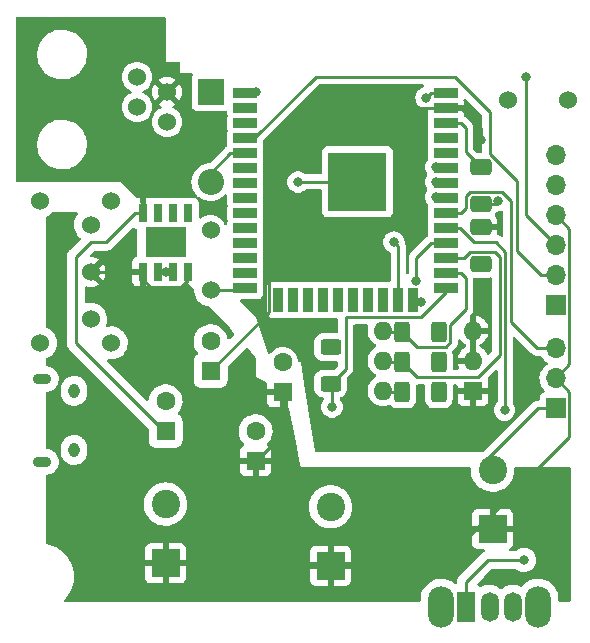
<source format=gbr>
%TF.GenerationSoftware,KiCad,Pcbnew,(6.0.7)*%
%TF.CreationDate,2022-10-29T10:50:57-05:00*%
%TF.ProjectId,BlastGate R2,426c6173-7447-4617-9465-2052322e6b69,rev?*%
%TF.SameCoordinates,Original*%
%TF.FileFunction,Copper,L2,Bot*%
%TF.FilePolarity,Positive*%
%FSLAX46Y46*%
G04 Gerber Fmt 4.6, Leading zero omitted, Abs format (unit mm)*
G04 Created by KiCad (PCBNEW (6.0.7)) date 2022-10-29 10:50:57*
%MOMM*%
%LPD*%
G01*
G04 APERTURE LIST*
G04 Aperture macros list*
%AMRoundRect*
0 Rectangle with rounded corners*
0 $1 Rounding radius*
0 $2 $3 $4 $5 $6 $7 $8 $9 X,Y pos of 4 corners*
0 Add a 4 corners polygon primitive as box body*
4,1,4,$2,$3,$4,$5,$6,$7,$8,$9,$2,$3,0*
0 Add four circle primitives for the rounded corners*
1,1,$1+$1,$2,$3*
1,1,$1+$1,$4,$5*
1,1,$1+$1,$6,$7*
1,1,$1+$1,$8,$9*
0 Add four rect primitives between the rounded corners*
20,1,$1+$1,$2,$3,$4,$5,0*
20,1,$1+$1,$4,$5,$6,$7,0*
20,1,$1+$1,$6,$7,$8,$9,0*
20,1,$1+$1,$8,$9,$2,$3,0*%
G04 Aperture macros list end*
%TA.AperFunction,ComponentPad*%
%ADD10C,1.524000*%
%TD*%
%TA.AperFunction,ComponentPad*%
%ADD11O,2.200000X3.500000*%
%TD*%
%TA.AperFunction,ComponentPad*%
%ADD12R,1.500000X2.500000*%
%TD*%
%TA.AperFunction,ComponentPad*%
%ADD13O,1.500000X2.500000*%
%TD*%
%TA.AperFunction,ComponentPad*%
%ADD14R,1.700000X1.700000*%
%TD*%
%TA.AperFunction,ComponentPad*%
%ADD15O,1.700000X1.700000*%
%TD*%
%TA.AperFunction,ComponentPad*%
%ADD16R,1.600000X1.600000*%
%TD*%
%TA.AperFunction,ComponentPad*%
%ADD17C,1.600000*%
%TD*%
%TA.AperFunction,ComponentPad*%
%ADD18O,0.950000X1.250000*%
%TD*%
%TA.AperFunction,ComponentPad*%
%ADD19O,1.550000X0.890000*%
%TD*%
%TA.AperFunction,ComponentPad*%
%ADD20R,2.400000X2.400000*%
%TD*%
%TA.AperFunction,ComponentPad*%
%ADD21C,2.400000*%
%TD*%
%TA.AperFunction,ComponentPad*%
%ADD22O,1.600000X1.600000*%
%TD*%
%TA.AperFunction,ComponentPad*%
%ADD23R,2.200000X2.200000*%
%TD*%
%TA.AperFunction,ComponentPad*%
%ADD24O,2.200000X2.200000*%
%TD*%
%TA.AperFunction,SMDPad,CuDef*%
%ADD25RoundRect,0.250000X0.625000X-0.400000X0.625000X0.400000X-0.625000X0.400000X-0.625000X-0.400000X0*%
%TD*%
%TA.AperFunction,SMDPad,CuDef*%
%ADD26RoundRect,0.250000X0.650000X-0.412500X0.650000X0.412500X-0.650000X0.412500X-0.650000X-0.412500X0*%
%TD*%
%TA.AperFunction,SMDPad,CuDef*%
%ADD27R,0.802000X1.505000*%
%TD*%
%TA.AperFunction,SMDPad,CuDef*%
%ADD28R,3.502000X2.613000*%
%TD*%
%TA.AperFunction,SMDPad,CuDef*%
%ADD29R,2.000000X0.900000*%
%TD*%
%TA.AperFunction,SMDPad,CuDef*%
%ADD30R,0.900000X2.000000*%
%TD*%
%TA.AperFunction,SMDPad,CuDef*%
%ADD31R,5.000000X5.000000*%
%TD*%
%TA.AperFunction,SMDPad,CuDef*%
%ADD32RoundRect,0.250000X-0.400000X-0.625000X0.400000X-0.625000X0.400000X0.625000X-0.400000X0.625000X0*%
%TD*%
%TA.AperFunction,SMDPad,CuDef*%
%ADD33RoundRect,0.250000X-0.650000X0.412500X-0.650000X-0.412500X0.650000X-0.412500X0.650000X0.412500X0*%
%TD*%
%TA.AperFunction,ViaPad*%
%ADD34C,0.800000*%
%TD*%
%TA.AperFunction,Conductor*%
%ADD35C,0.250000*%
%TD*%
G04 APERTURE END LIST*
D10*
%TO.P,J4,1*%
%TO.N,/SENSE*%
X180467000Y-62230000D03*
%TO.P,J4,2*%
%TO.N,+3.3V*%
X183007000Y-63500000D03*
%TO.P,J4,3*%
%TO.N,GND*%
X180467000Y-64770000D03*
%TO.P,J4,4*%
%TO.N,Net-(J4-Pad4)*%
X183007000Y-66040000D03*
%TD*%
%TO.P,POWSEL,1,A*%
%TO.N,Net-(J4-Pad4)*%
X176530000Y-74740000D03*
%TO.P,POWSEL,2,B*%
%TO.N,VCC*%
X176530000Y-78740000D03*
%TO.P,POWSEL,3,C*%
%TO.N,Net-(J3-Pad1)*%
X176530000Y-82740000D03*
%TO.P,POWSEL,4*%
%TO.N,N/C*%
X172280000Y-84740000D03*
X178280000Y-72740000D03*
X178280000Y-84740000D03*
X172280000Y-72740000D03*
%TD*%
D11*
%TO.P,SW2,*%
%TO.N,*%
X206212000Y-107104500D03*
X214412000Y-107104500D03*
D12*
%TO.P,SW2,1,1*%
%TO.N,/MAN_OFF*%
X208312000Y-107104500D03*
D13*
%TO.P,SW2,2,2*%
%TO.N,+3.3V*%
X210312000Y-107104500D03*
%TO.P,SW2,3,3*%
%TO.N,/MAN_ON*%
X212312000Y-107104500D03*
%TD*%
D14*
%TO.P,SERVO,1,Pin_1*%
%TO.N,GND*%
X215900000Y-90282000D03*
D15*
%TO.P,SERVO,2,Pin_2*%
%TO.N,VCC*%
X215900000Y-87742000D03*
%TO.P,SERVO,3,Pin_3*%
%TO.N,/SERVO*%
X215900000Y-85202000D03*
%TD*%
D16*
%TO.P,C12,1*%
%TO.N,VCC*%
X190500000Y-94719590D03*
D17*
%TO.P,C12,2*%
%TO.N,GND*%
X190500000Y-92219590D03*
%TD*%
D10*
%TO.P,PROG,1,1*%
%TO.N,GND*%
X186690000Y-75184000D03*
%TO.P,PROG,2,2*%
%TO.N,/GPIO_0*%
X186690000Y-80264000D03*
%TD*%
D18*
%TO.P,J3,6,Shield*%
%TO.N,GND*%
X175129000Y-88808000D03*
X175129000Y-93808000D03*
D19*
X172429000Y-87808000D03*
X172429000Y-94808000D03*
%TD*%
D20*
%TO.P,C10,1*%
%TO.N,VCC*%
X196850000Y-103609590D03*
D21*
%TO.P,C10,2*%
%TO.N,GND*%
X196850000Y-98609590D03*
%TD*%
D16*
%TO.P,C4,1*%
%TO.N,+3.3V*%
X182880000Y-92179590D03*
D17*
%TO.P,C4,2*%
%TO.N,GND*%
X182880000Y-89679590D03*
%TD*%
D20*
%TO.P,C8,1*%
%TO.N,VCC*%
X182880000Y-103393549D03*
D21*
%TO.P,C8,2*%
%TO.N,GND*%
X182880000Y-98393549D03*
%TD*%
D16*
%TO.P,C3,1*%
%TO.N,+3.3V*%
X186690000Y-87099590D03*
D17*
%TO.P,C3,2*%
%TO.N,GND*%
X186690000Y-84599590D03*
%TD*%
D16*
%TO.P,C13,1*%
%TO.N,VCC*%
X192786000Y-88900000D03*
D17*
%TO.P,C13,2*%
%TO.N,GND*%
X192786000Y-86400000D03*
%TD*%
D16*
%TO.P,SW1,1*%
%TO.N,+3.3V*%
X208915000Y-88773000D03*
D22*
%TO.P,SW1,2*%
X208915000Y-86233000D03*
%TO.P,SW1,3*%
X208915000Y-83693000D03*
%TO.P,SW1,4*%
%TO.N,/MODE*%
X201295000Y-83693000D03*
%TO.P,SW1,5*%
%TO.N,/SENSE_E*%
X201295000Y-86233000D03*
%TO.P,SW1,6*%
%TO.N,/WIFI_E*%
X201295000Y-88773000D03*
%TD*%
D10*
%TO.P,RST,1,1*%
%TO.N,GND*%
X216916000Y-64135000D03*
%TO.P,RST,2,2*%
%TO.N,/RESET*%
X211836000Y-64135000D03*
%TD*%
D23*
%TO.P,D6,1,K*%
%TO.N,/RXD_5V*%
X186690000Y-63500000D03*
D24*
%TO.P,D6,2,A*%
%TO.N,/RXD*%
X186690000Y-71120000D03*
%TD*%
D20*
%TO.P,C5,1*%
%TO.N,VCC*%
X210566000Y-100494959D03*
D21*
%TO.P,C5,2*%
%TO.N,GND*%
X210566000Y-95494959D03*
%TD*%
D25*
%TO.P,R6,1*%
%TO.N,/MAN_ON*%
X196850000Y-88190000D03*
%TO.P,R6,2*%
%TO.N,GND*%
X196850000Y-85090000D03*
%TD*%
D26*
%TO.P,C11,1*%
%TO.N,GND*%
X209550000Y-72962500D03*
%TO.P,C11,2*%
%TO.N,/RESET*%
X209550000Y-69837500D03*
%TD*%
D27*
%TO.P,U1,1,VOUT*%
%TO.N,+3.3V*%
X180975000Y-73702500D03*
%TO.P,U1,2*%
%TO.N,N/C*%
X182245000Y-73702500D03*
%TO.P,U1,3*%
X183515000Y-73702500D03*
%TO.P,U1,4,NC*%
%TO.N,unconnected-(U1-Pad4)*%
X184785000Y-73702500D03*
%TO.P,U1,5,EN*%
%TO.N,VCC*%
X184785000Y-78697500D03*
%TO.P,U1,6,GND*%
%TO.N,GND*%
X183515000Y-78697500D03*
%TO.P,U1,7,GND*%
X182245000Y-78697500D03*
%TO.P,U1,8,VIN*%
%TO.N,VCC*%
X180975000Y-78697500D03*
D28*
%TO.P,U1,9*%
%TO.N,N/C*%
X182880000Y-76200000D03*
%TD*%
D29*
%TO.P,U2,1,GND*%
%TO.N,GND*%
X206620000Y-63595000D03*
%TO.P,U2,2,VDD*%
%TO.N,+3.3V*%
X206620000Y-64865000D03*
%TO.P,U2,3,EN*%
%TO.N,/RESET*%
X206620000Y-66135000D03*
%TO.P,U2,4,SENSOR_VP*%
%TO.N,unconnected-(U2-Pad4)*%
X206620000Y-67405000D03*
%TO.P,U2,5,SENSOR_VN*%
%TO.N,unconnected-(U2-Pad5)*%
X206620000Y-68675000D03*
%TO.P,U2,6,IO34*%
%TO.N,/WIFI_STATUS*%
X206620000Y-69945000D03*
%TO.P,U2,7,IO35*%
%TO.N,/DC_STATUS*%
X206620000Y-71215000D03*
%TO.P,U2,8,IO32*%
%TO.N,/SENSE_LED*%
X206620000Y-72485000D03*
%TO.P,U2,9,IO33*%
%TO.N,/SERVO*%
X206620000Y-73755000D03*
%TO.P,U2,10,IO25*%
%TO.N,/MAN_OFF*%
X206620000Y-75025000D03*
%TO.P,U2,11,IO26*%
%TO.N,/WIFI_E*%
X206620000Y-76295000D03*
%TO.P,U2,12,IO27*%
%TO.N,/SENSE_E*%
X206620000Y-77565000D03*
%TO.P,U2,13,IO14*%
%TO.N,/MODE*%
X206620000Y-78835000D03*
%TO.P,U2,14,IO12*%
%TO.N,/MAN_ON*%
X206620000Y-80105000D03*
D30*
%TO.P,U2,15,GND*%
%TO.N,GND*%
X203835000Y-81105000D03*
%TO.P,U2,16,IO13*%
%TO.N,/GPIO_13*%
X202565000Y-81105000D03*
%TO.P,U2,17,SHD/SD2*%
%TO.N,unconnected-(U2-Pad17)*%
X201295000Y-81105000D03*
%TO.P,U2,18,SWP/SD3*%
%TO.N,unconnected-(U2-Pad18)*%
X200025000Y-81105000D03*
%TO.P,U2,19,SCS/CMD*%
%TO.N,unconnected-(U2-Pad19)*%
X198755000Y-81105000D03*
%TO.P,U2,20,SCK/CLK*%
%TO.N,unconnected-(U2-Pad20)*%
X197485000Y-81105000D03*
%TO.P,U2,21,SDO/SD0*%
%TO.N,unconnected-(U2-Pad21)*%
X196215000Y-81105000D03*
%TO.P,U2,22,SDI/SD1*%
%TO.N,unconnected-(U2-Pad22)*%
X194945000Y-81105000D03*
%TO.P,U2,23,IO15*%
%TO.N,unconnected-(U2-Pad23)*%
X193675000Y-81105000D03*
%TO.P,U2,24,IO2*%
%TO.N,unconnected-(U2-Pad24)*%
X192405000Y-81105000D03*
D29*
%TO.P,U2,25,IO0*%
%TO.N,/GPIO_0*%
X189620000Y-80105000D03*
%TO.P,U2,26,IO4*%
%TO.N,unconnected-(U2-Pad26)*%
X189620000Y-78835000D03*
%TO.P,U2,27,IO16*%
%TO.N,unconnected-(U2-Pad27)*%
X189620000Y-77565000D03*
%TO.P,U2,28,IO17*%
%TO.N,unconnected-(U2-Pad28)*%
X189620000Y-76295000D03*
%TO.P,U2,29,IO5*%
%TO.N,unconnected-(U2-Pad29)*%
X189620000Y-75025000D03*
%TO.P,U2,30,IO18*%
%TO.N,unconnected-(U2-Pad30)*%
X189620000Y-73755000D03*
%TO.P,U2,31,IO19*%
%TO.N,unconnected-(U2-Pad31)*%
X189620000Y-72485000D03*
%TO.P,U2,32,NC*%
%TO.N,unconnected-(U2-Pad32)*%
X189620000Y-71215000D03*
%TO.P,U2,33,IO21*%
%TO.N,unconnected-(U2-Pad33)*%
X189620000Y-69945000D03*
%TO.P,U2,34,RXD0/IO3*%
%TO.N,/RXD*%
X189620000Y-68675000D03*
%TO.P,U2,35,TXD0/IO1*%
%TO.N,/TXD*%
X189620000Y-67405000D03*
%TO.P,U2,36,IO22*%
%TO.N,unconnected-(U2-Pad36)*%
X189620000Y-66135000D03*
%TO.P,U2,37,IO23*%
%TO.N,/SENSE*%
X189620000Y-64865000D03*
%TO.P,U2,38,GND*%
%TO.N,GND*%
X189620000Y-63595000D03*
D31*
%TO.P,U2,39,GND*%
X199120000Y-71095000D03*
%TD*%
D32*
%TO.P,R8,1*%
%TO.N,/WIFI_E*%
X202920000Y-88900000D03*
%TO.P,R8,2*%
%TO.N,GND*%
X206020000Y-88900000D03*
%TD*%
%TO.P,R10,1*%
%TO.N,/MODE*%
X202920000Y-83820000D03*
%TO.P,R10,2*%
%TO.N,GND*%
X206020000Y-83820000D03*
%TD*%
%TO.P,R9,1*%
%TO.N,/SENSE_E*%
X202920000Y-86360000D03*
%TO.P,R9,2*%
%TO.N,GND*%
X206020000Y-86360000D03*
%TD*%
D15*
%TO.P,FTDI,6,Pin_6*%
%TO.N,GND*%
X215900000Y-68834000D03*
%TO.P,FTDI,5,Pin_5*%
%TO.N,unconnected-(J2-Pad5)*%
X215900000Y-71374000D03*
%TO.P,FTDI,4,Pin_4*%
%TO.N,VCC*%
X215900000Y-73914000D03*
%TO.P,FTDI,3,Pin_3*%
%TO.N,/RXD_5V*%
X215900000Y-76454000D03*
%TO.P,FTDI,2,Pin_2*%
%TO.N,/TXD*%
X215900000Y-78994000D03*
D14*
%TO.P,FTDI,1,Pin_1*%
%TO.N,unconnected-(J2-Pad1)*%
X215900000Y-81534000D03*
%TD*%
D33*
%TO.P,C2,1*%
%TO.N,+3.3V*%
X209550000Y-74917500D03*
%TO.P,C2,2*%
%TO.N,GND*%
X209550000Y-78042500D03*
%TD*%
D34*
%TO.N,/MAN_ON*%
X196977000Y-90170000D03*
%TO.N,GND*%
X204470000Y-81280000D03*
X198120000Y-69850000D03*
X206002701Y-88882701D03*
X200660000Y-71120000D03*
X209550000Y-78042500D03*
X206020000Y-86360000D03*
X200660000Y-69850000D03*
X200660000Y-72390000D03*
X198120000Y-72390000D03*
X205740000Y-83820000D03*
X211024500Y-72699500D03*
X190500000Y-63500000D03*
X182880000Y-78740000D03*
X194092500Y-71120000D03*
X204940000Y-63990000D03*
X196850000Y-85090000D03*
%TO.N,/RXD_5V*%
X213360000Y-62230000D03*
%TO.N,+3.3V*%
X200660000Y-78740000D03*
X209550000Y-67602500D03*
X209550000Y-74917500D03*
X202210000Y-66040000D03*
%TO.N,/WIFI_STATUS*%
X205740000Y-69850000D03*
%TO.N,/DC_STATUS*%
X205740000Y-71120000D03*
%TO.N,/SENSE_LED*%
X205740000Y-72390000D03*
%TO.N,/GPIO_13*%
X202210000Y-76200000D03*
%TO.N,/MAN_OFF*%
X213233000Y-103124000D03*
X211582000Y-90424000D03*
%TO.N,/WIFI_E*%
X204089000Y-79502000D03*
%TO.N,/RESET*%
X209550000Y-69850000D03*
%TO.N,/SENSE*%
X189620000Y-64865000D03*
%TD*%
D35*
%TO.N,/MAN_ON*%
X196977000Y-90170000D02*
X196977000Y-88317000D01*
X196977000Y-88317000D02*
X196850000Y-88190000D01*
%TO.N,GND*%
X194335000Y-71095000D02*
X194310000Y-71120000D01*
X190405000Y-63595000D02*
X190500000Y-63500000D01*
X199120000Y-71095000D02*
X194335000Y-71095000D01*
X214381959Y-90282000D02*
X215900000Y-90282000D01*
X204295000Y-81105000D02*
X204470000Y-81280000D01*
X210761500Y-72962500D02*
X211024500Y-72699500D01*
X210058000Y-94605959D02*
X214381959Y-90282000D01*
X182880000Y-78740000D02*
X183472500Y-78740000D01*
X182880000Y-78740000D02*
X182287500Y-78740000D01*
X203835000Y-81105000D02*
X204295000Y-81105000D01*
X206620000Y-63595000D02*
X205335000Y-63595000D01*
X194310000Y-71120000D02*
X194092500Y-71120000D01*
X209550000Y-72962500D02*
X210761500Y-72962500D01*
X183472500Y-78740000D02*
X183515000Y-78697500D01*
X205335000Y-63595000D02*
X204940000Y-63990000D01*
X182287500Y-78740000D02*
X182245000Y-78697500D01*
X206020000Y-83820000D02*
X205740000Y-83820000D01*
X189620000Y-63595000D02*
X190405000Y-63595000D01*
%TO.N,/RXD_5V*%
X213360000Y-62230000D02*
X213360000Y-73914000D01*
X213360000Y-73914000D02*
X215900000Y-76454000D01*
%TO.N,/RXD*%
X186690000Y-70355000D02*
X186690000Y-71120000D01*
X188370000Y-68675000D02*
X186690000Y-70355000D01*
X189620000Y-68675000D02*
X188370000Y-68675000D01*
%TO.N,+3.3V*%
X191770000Y-78740000D02*
X200660000Y-78740000D01*
X206620000Y-64865000D02*
X203105000Y-64865000D01*
X182730590Y-92179590D02*
X175260000Y-84709000D01*
X175260000Y-84709000D02*
X175260000Y-77470000D01*
X191630000Y-78880000D02*
X191770000Y-78740000D01*
X180297500Y-73702500D02*
X180975000Y-73702500D01*
X176530000Y-76200000D02*
X177800000Y-76200000D01*
X206620000Y-64865000D02*
X207870000Y-64865000D01*
X191630000Y-82159590D02*
X191630000Y-78880000D01*
X182880000Y-92179590D02*
X182730590Y-92179590D01*
X203105000Y-64865000D02*
X201930000Y-66040000D01*
X177800000Y-76200000D02*
X180297500Y-73702500D01*
X207870000Y-64865000D02*
X209550000Y-66545000D01*
X209550000Y-66545000D02*
X209550000Y-67602500D01*
X175260000Y-77470000D02*
X176530000Y-76200000D01*
X201930000Y-66040000D02*
X202210000Y-66040000D01*
X186690000Y-87099590D02*
X191630000Y-82159590D01*
%TO.N,/WIFI_STATUS*%
X206620000Y-69945000D02*
X205835000Y-69945000D01*
X205835000Y-69945000D02*
X205740000Y-69850000D01*
%TO.N,/DC_STATUS*%
X205835000Y-71215000D02*
X205740000Y-71120000D01*
X206620000Y-71215000D02*
X205835000Y-71215000D01*
%TO.N,/SENSE_LED*%
X205835000Y-72485000D02*
X205740000Y-72390000D01*
X206620000Y-72485000D02*
X205835000Y-72485000D01*
%TO.N,/GPIO_13*%
X202565000Y-81105000D02*
X202565000Y-76555000D01*
X202565000Y-76555000D02*
X202210000Y-76200000D01*
%TO.N,/MAN_ON*%
X206620000Y-80105000D02*
X206620000Y-80400000D01*
X198120000Y-86920000D02*
X196850000Y-88190000D01*
X206620000Y-80400000D02*
X204470000Y-82550000D01*
X198120000Y-82550000D02*
X198120000Y-86920000D01*
X204470000Y-82550000D02*
X198120000Y-82550000D01*
%TO.N,/MAN_OFF*%
X210820000Y-76200000D02*
X211640000Y-77020000D01*
X213233000Y-103124000D02*
X210185000Y-103124000D01*
X208312000Y-104997000D02*
X208312000Y-106342500D01*
X211640000Y-90366000D02*
X211582000Y-90424000D01*
X208956827Y-76200000D02*
X210820000Y-76200000D01*
X211640000Y-77020000D02*
X211640000Y-90366000D01*
X206620000Y-75025000D02*
X207781827Y-75025000D01*
X207781827Y-75025000D02*
X208956827Y-76200000D01*
X210185000Y-103124000D02*
X208312000Y-104997000D01*
%TO.N,/WIFI_E*%
X206620000Y-76295000D02*
X205370000Y-76295000D01*
X205370000Y-76295000D02*
X204089000Y-77576000D01*
X202920000Y-88900000D02*
X201295000Y-88900000D01*
X204089000Y-77576000D02*
X204089000Y-79502000D01*
%TO.N,/SENSE_E*%
X211190000Y-77470000D02*
X210775000Y-77055000D01*
X208151827Y-77565000D02*
X206620000Y-77565000D01*
X202920000Y-86360000D02*
X204190000Y-87630000D01*
X211190000Y-85736000D02*
X211190000Y-77470000D01*
X204190000Y-87630000D02*
X209296000Y-87630000D01*
X202920000Y-86360000D02*
X201295000Y-86360000D01*
X210775000Y-77055000D02*
X208661827Y-77055000D01*
X208661827Y-77055000D02*
X208151827Y-77565000D01*
X209296000Y-87630000D02*
X211190000Y-85736000D01*
%TO.N,/MODE*%
X206588173Y-85090000D02*
X204190000Y-85090000D01*
X208280000Y-79245000D02*
X208280000Y-81913604D01*
X208280000Y-81913604D02*
X206995000Y-83198604D01*
X206995000Y-83198604D02*
X206995000Y-84683173D01*
X206995000Y-84683173D02*
X206588173Y-85090000D01*
X207870000Y-78835000D02*
X208280000Y-79245000D01*
X204190000Y-85090000D02*
X202920000Y-83820000D01*
X206620000Y-78835000D02*
X207870000Y-78835000D01*
X202920000Y-83820000D02*
X201295000Y-83820000D01*
%TO.N,/RESET*%
X208280000Y-68567500D02*
X209550000Y-69837500D01*
X206620000Y-66135000D02*
X207870000Y-66135000D01*
X208280000Y-66545000D02*
X208280000Y-68567500D01*
X209550000Y-69837500D02*
X209550000Y-69850000D01*
X207870000Y-66135000D02*
X208280000Y-66545000D01*
%TO.N,VCC*%
X190500000Y-94719590D02*
X190500000Y-102870000D01*
X210147041Y-99605959D02*
X217075000Y-92678000D01*
X182880000Y-103393549D02*
X189753549Y-103393549D01*
X196633959Y-103393549D02*
X196850000Y-103609590D01*
X206270410Y-103393549D02*
X197066041Y-103393549D01*
X217075000Y-92678000D02*
X217075000Y-88917000D01*
X217075000Y-75089000D02*
X215900000Y-73914000D01*
X217075000Y-88917000D02*
X215900000Y-87742000D01*
X189976451Y-103393549D02*
X189753549Y-103393549D01*
X190500000Y-102870000D02*
X189976451Y-103393549D01*
X180975000Y-78697500D02*
X180975000Y-79375000D01*
X189753549Y-103393549D02*
X191023549Y-103393549D01*
X180932500Y-78740000D02*
X180975000Y-78697500D01*
X180975000Y-79375000D02*
X181610000Y-80010000D01*
X197066041Y-103393549D02*
X196850000Y-103609590D01*
X191023549Y-103393549D02*
X196633959Y-103393549D01*
X210058000Y-99605959D02*
X206270410Y-103393549D01*
X190500000Y-102870000D02*
X191023549Y-103393549D01*
X193040000Y-92179590D02*
X190500000Y-94719590D01*
X215900000Y-87742000D02*
X217075000Y-86567000D01*
X210058000Y-99605959D02*
X210147041Y-99605959D01*
X193040000Y-88900000D02*
X193040000Y-92179590D01*
X181610000Y-80010000D02*
X184150000Y-80010000D01*
X176530000Y-78740000D02*
X180932500Y-78740000D01*
X217075000Y-86567000D02*
X217075000Y-75089000D01*
X184785000Y-79375000D02*
X184785000Y-78697500D01*
X184150000Y-80010000D02*
X184785000Y-79375000D01*
%TO.N,/GPIO_0*%
X189620000Y-80105000D02*
X189325000Y-80105000D01*
X186690000Y-80264000D02*
X189461000Y-80264000D01*
X189461000Y-80264000D02*
X189620000Y-80105000D01*
%TO.N,/TXD*%
X214630000Y-78994000D02*
X215900000Y-78994000D01*
X190405000Y-67405000D02*
X195580000Y-62230000D01*
X195580000Y-62230000D02*
X207355000Y-62230000D01*
X207355000Y-62230000D02*
X210312000Y-65187000D01*
X210312000Y-65187000D02*
X210312000Y-68707000D01*
X189620000Y-67405000D02*
X190405000Y-67405000D01*
X210312000Y-68707000D02*
X212598000Y-70993000D01*
X212598000Y-70993000D02*
X212598000Y-76962000D01*
X212598000Y-76962000D02*
X214630000Y-78994000D01*
%TO.N,/SERVO*%
X212090000Y-72739695D02*
X212090000Y-82931000D01*
X208325000Y-73300000D02*
X208325000Y-72311827D01*
X212090000Y-82931000D02*
X214361000Y-85202000D01*
X208662327Y-71974500D02*
X211324805Y-71974500D01*
X211324805Y-71974500D02*
X212090000Y-72739695D01*
X207870000Y-73755000D02*
X208325000Y-73300000D01*
X206620000Y-73755000D02*
X207870000Y-73755000D01*
X208325000Y-72311827D02*
X208662327Y-71974500D01*
X214361000Y-85202000D02*
X215900000Y-85202000D01*
%TD*%
%TA.AperFunction,Conductor*%
%TO.N,VCC*%
G36*
X175404659Y-73680002D02*
G01*
X175451152Y-73733658D01*
X175461256Y-73803932D01*
X175438392Y-73856266D01*
X175440216Y-73857510D01*
X175310716Y-74047350D01*
X175275559Y-74123090D01*
X175216646Y-74250008D01*
X175213961Y-74255792D01*
X175152548Y-74477237D01*
X175128129Y-74705739D01*
X175141357Y-74935161D01*
X175142492Y-74940198D01*
X175142493Y-74940204D01*
X175189714Y-75149739D01*
X175191878Y-75159342D01*
X175278336Y-75372261D01*
X175281033Y-75376662D01*
X175281034Y-75376664D01*
X175395711Y-75563799D01*
X175398408Y-75568200D01*
X175548869Y-75741898D01*
X175552844Y-75745198D01*
X175552847Y-75745201D01*
X175641248Y-75818593D01*
X175680883Y-75877496D01*
X175682381Y-75948477D01*
X175649858Y-76004632D01*
X174769774Y-76884716D01*
X174755361Y-76897103D01*
X174737810Y-76910019D01*
X174706650Y-76946696D01*
X174703496Y-76950409D01*
X174696566Y-76957924D01*
X174690846Y-76963644D01*
X174688571Y-76966520D01*
X174688567Y-76966524D01*
X174673157Y-76986001D01*
X174670370Y-76989400D01*
X174648795Y-77014796D01*
X174622992Y-77045168D01*
X174619664Y-77051685D01*
X174616290Y-77056745D01*
X174613097Y-77061915D01*
X174608553Y-77067658D01*
X174605453Y-77074292D01*
X174577559Y-77133976D01*
X174575636Y-77137911D01*
X174542345Y-77203106D01*
X174540606Y-77210214D01*
X174538493Y-77215895D01*
X174536567Y-77221684D01*
X174533468Y-77228315D01*
X174531977Y-77235483D01*
X174531976Y-77235486D01*
X174518561Y-77299975D01*
X174517591Y-77304263D01*
X174501528Y-77369907D01*
X174501527Y-77369914D01*
X174500194Y-77375361D01*
X174499500Y-77386548D01*
X174499464Y-77386546D01*
X174499226Y-77390486D01*
X174498843Y-77394775D01*
X174497354Y-77401935D01*
X174497552Y-77409248D01*
X174499454Y-77479540D01*
X174499500Y-77482948D01*
X174499500Y-84641787D01*
X174498067Y-84660737D01*
X174496364Y-84671933D01*
X174494790Y-84682278D01*
X174495383Y-84689570D01*
X174495383Y-84689573D01*
X174499085Y-84735085D01*
X174499500Y-84745299D01*
X174499500Y-84753405D01*
X174502800Y-84781710D01*
X174503232Y-84786075D01*
X174509166Y-84859031D01*
X174511422Y-84865993D01*
X174512614Y-84871961D01*
X174514011Y-84877871D01*
X174514859Y-84885144D01*
X174538425Y-84950067D01*
X174539837Y-84953957D01*
X174541260Y-84958102D01*
X174563819Y-85027736D01*
X174567616Y-85033993D01*
X174570155Y-85039538D01*
X174572871Y-85044962D01*
X174575367Y-85051839D01*
X174579378Y-85057957D01*
X174615496Y-85113047D01*
X174617842Y-85116765D01*
X174655816Y-85179344D01*
X174659531Y-85183550D01*
X174663236Y-85187745D01*
X174663208Y-85187770D01*
X174665851Y-85190749D01*
X174668581Y-85194014D01*
X174672599Y-85200143D01*
X174677915Y-85205179D01*
X174677916Y-85205180D01*
X174728989Y-85253562D01*
X174731431Y-85255940D01*
X181407595Y-91932104D01*
X181441621Y-91994416D01*
X181444500Y-92021199D01*
X181444501Y-92543781D01*
X181444501Y-93043770D01*
X181447335Y-93079794D01*
X181492131Y-93233983D01*
X181496166Y-93240805D01*
X181496166Y-93240806D01*
X181537670Y-93310985D01*
X181573865Y-93372188D01*
X181687402Y-93485725D01*
X181694223Y-93489759D01*
X181804072Y-93554723D01*
X181825607Y-93567459D01*
X181833218Y-93569670D01*
X181833220Y-93569671D01*
X181973619Y-93610461D01*
X181973624Y-93610462D01*
X181979796Y-93612255D01*
X182001419Y-93613957D01*
X182013362Y-93614897D01*
X182013371Y-93614897D01*
X182015819Y-93615090D01*
X182879300Y-93615090D01*
X183744180Y-93615089D01*
X183763423Y-93613575D01*
X183773786Y-93612760D01*
X183773787Y-93612760D01*
X183780204Y-93612255D01*
X183786384Y-93610460D01*
X183786387Y-93610459D01*
X183926780Y-93569671D01*
X183926782Y-93569670D01*
X183934393Y-93567459D01*
X183955929Y-93554723D01*
X184065777Y-93489759D01*
X184072598Y-93485725D01*
X184186135Y-93372188D01*
X184222330Y-93310985D01*
X184263834Y-93240806D01*
X184263834Y-93240805D01*
X184267869Y-93233983D01*
X184291352Y-93153155D01*
X184310871Y-93085971D01*
X184310872Y-93085966D01*
X184312665Y-93079794D01*
X184314961Y-93050619D01*
X184315307Y-93046228D01*
X184315307Y-93046219D01*
X184315500Y-93043771D01*
X184315500Y-92184397D01*
X189060010Y-92184397D01*
X189073598Y-92420058D01*
X189074735Y-92425104D01*
X189074736Y-92425110D01*
X189095864Y-92518860D01*
X189125493Y-92650334D01*
X189127435Y-92655116D01*
X189127436Y-92655120D01*
X189193522Y-92817868D01*
X189214302Y-92869043D01*
X189217001Y-92873447D01*
X189331728Y-93060665D01*
X189337638Y-93070310D01*
X189492191Y-93248731D01*
X189496171Y-93252035D01*
X189496227Y-93252082D01*
X189496244Y-93252107D01*
X189499863Y-93255651D01*
X189499131Y-93256398D01*
X189535862Y-93310985D01*
X189537359Y-93381966D01*
X189500243Y-93442488D01*
X189469429Y-93461246D01*
X189469818Y-93461956D01*
X189446351Y-93474804D01*
X189344276Y-93551305D01*
X189331715Y-93563866D01*
X189255214Y-93665941D01*
X189246676Y-93681536D01*
X189201522Y-93801984D01*
X189197895Y-93817239D01*
X189192369Y-93868104D01*
X189192000Y-93874918D01*
X189192000Y-94447475D01*
X189196475Y-94462714D01*
X189197865Y-94463919D01*
X189205548Y-94465590D01*
X191789884Y-94465590D01*
X191805123Y-94461115D01*
X191806328Y-94459725D01*
X191807999Y-94452042D01*
X191807999Y-93874921D01*
X191807629Y-93868100D01*
X191802105Y-93817238D01*
X191798479Y-93801986D01*
X191753324Y-93681536D01*
X191744786Y-93665941D01*
X191668285Y-93563866D01*
X191655724Y-93551305D01*
X191553649Y-93474804D01*
X191538054Y-93466266D01*
X191536123Y-93465542D01*
X191534487Y-93464313D01*
X191530182Y-93461956D01*
X191530522Y-93461335D01*
X191479358Y-93422900D01*
X191454659Y-93356338D01*
X191469867Y-93286989D01*
X191491413Y-93258309D01*
X191500280Y-93249473D01*
X191596935Y-93153155D01*
X191734681Y-92961461D01*
X191778181Y-92873447D01*
X191836975Y-92754486D01*
X191836976Y-92754484D01*
X191839269Y-92749844D01*
X191907889Y-92523986D01*
X191908564Y-92518860D01*
X191938263Y-92293276D01*
X191938264Y-92293269D01*
X191938700Y-92289954D01*
X191940420Y-92219590D01*
X191924109Y-92021199D01*
X191921502Y-91989483D01*
X191921501Y-91989477D01*
X191921078Y-91984332D01*
X191863573Y-91755392D01*
X191769447Y-91538918D01*
X191641230Y-91340725D01*
X191620446Y-91317883D01*
X191485842Y-91169956D01*
X191485840Y-91169955D01*
X191482364Y-91166134D01*
X191478313Y-91162935D01*
X191478309Y-91162931D01*
X191302915Y-91024414D01*
X191297116Y-91019834D01*
X191090461Y-90905754D01*
X190925150Y-90847214D01*
X190872824Y-90828684D01*
X190872820Y-90828683D01*
X190867949Y-90826958D01*
X190862859Y-90826051D01*
X190862854Y-90826050D01*
X190640644Y-90786469D01*
X190640638Y-90786468D01*
X190635555Y-90785563D01*
X190544623Y-90784452D01*
X190404690Y-90782742D01*
X190404688Y-90782742D01*
X190399521Y-90782679D01*
X190166186Y-90818384D01*
X189941815Y-90891720D01*
X189818300Y-90956017D01*
X189745695Y-90993813D01*
X189732434Y-91000716D01*
X189728295Y-91003823D01*
X189728296Y-91003823D01*
X189566642Y-91125197D01*
X189543667Y-91142447D01*
X189478842Y-91210282D01*
X189406672Y-91285804D01*
X189380583Y-91313104D01*
X189377669Y-91317376D01*
X189377668Y-91317377D01*
X189250481Y-91503826D01*
X189250478Y-91503831D01*
X189247562Y-91508106D01*
X189148176Y-91722216D01*
X189085094Y-91949682D01*
X189060010Y-92184397D01*
X184315500Y-92184397D01*
X184315499Y-91315410D01*
X184312665Y-91279386D01*
X184298958Y-91232204D01*
X184270081Y-91132810D01*
X184270080Y-91132808D01*
X184267869Y-91125197D01*
X184186135Y-90986992D01*
X184072598Y-90873455D01*
X184065778Y-90869422D01*
X184065772Y-90869417D01*
X183988707Y-90823841D01*
X183940254Y-90771949D01*
X183927549Y-90702098D01*
X183954624Y-90636467D01*
X183963895Y-90626149D01*
X183976935Y-90613155D01*
X183979951Y-90608957D01*
X183979955Y-90608953D01*
X184037760Y-90528508D01*
X184114681Y-90421461D01*
X184120099Y-90410500D01*
X184216975Y-90214486D01*
X184216976Y-90214484D01*
X184219269Y-90209844D01*
X184274671Y-90027492D01*
X184286387Y-89988930D01*
X184286387Y-89988929D01*
X184287889Y-89983986D01*
X184311802Y-89802352D01*
X184318263Y-89753276D01*
X184318264Y-89753269D01*
X184318700Y-89749954D01*
X184318829Y-89744669D01*
X191478001Y-89744669D01*
X191478371Y-89751490D01*
X191483895Y-89802352D01*
X191487521Y-89817604D01*
X191532676Y-89938054D01*
X191541214Y-89953649D01*
X191617715Y-90055724D01*
X191630276Y-90068285D01*
X191732351Y-90144786D01*
X191747946Y-90153324D01*
X191868394Y-90198478D01*
X191883649Y-90202105D01*
X191934514Y-90207631D01*
X191941328Y-90208000D01*
X192513885Y-90208000D01*
X192529124Y-90203525D01*
X192530329Y-90202135D01*
X192532000Y-90194452D01*
X192532000Y-89172115D01*
X192527525Y-89156876D01*
X192526135Y-89155671D01*
X192518452Y-89154000D01*
X191496116Y-89154000D01*
X191480877Y-89158475D01*
X191479672Y-89159865D01*
X191478001Y-89167548D01*
X191478001Y-89744669D01*
X184318829Y-89744669D01*
X184320338Y-89682954D01*
X184320338Y-89682950D01*
X184320420Y-89679590D01*
X184311030Y-89565381D01*
X184301502Y-89449483D01*
X184301501Y-89449477D01*
X184301078Y-89444332D01*
X184243573Y-89215392D01*
X184149447Y-88998918D01*
X184068526Y-88873833D01*
X184024040Y-88805068D01*
X184024038Y-88805065D01*
X184021230Y-88800725D01*
X184017387Y-88796501D01*
X183865842Y-88629956D01*
X183865840Y-88629955D01*
X183862364Y-88626134D01*
X183858313Y-88622935D01*
X183858309Y-88622931D01*
X183686771Y-88487459D01*
X183677116Y-88479834D01*
X183470461Y-88365754D01*
X183278549Y-88297794D01*
X183252824Y-88288684D01*
X183252820Y-88288683D01*
X183247949Y-88286958D01*
X183242859Y-88286051D01*
X183242854Y-88286050D01*
X183020644Y-88246469D01*
X183020638Y-88246468D01*
X183015555Y-88245563D01*
X182924623Y-88244452D01*
X182784690Y-88242742D01*
X182784688Y-88242742D01*
X182779521Y-88242679D01*
X182546186Y-88278384D01*
X182321815Y-88351720D01*
X182247319Y-88390500D01*
X182127203Y-88453028D01*
X182112434Y-88460716D01*
X182108295Y-88463823D01*
X182108296Y-88463823D01*
X181994664Y-88549141D01*
X181923667Y-88602447D01*
X181920095Y-88606185D01*
X181802457Y-88729286D01*
X181760583Y-88773104D01*
X181757669Y-88777376D01*
X181757668Y-88777377D01*
X181630481Y-88963826D01*
X181630478Y-88963831D01*
X181627562Y-88968106D01*
X181625383Y-88972801D01*
X181531665Y-89174700D01*
X181528176Y-89182216D01*
X181465094Y-89409682D01*
X181464545Y-89414817D01*
X181464545Y-89414818D01*
X181451691Y-89535095D01*
X181424563Y-89600704D01*
X181366270Y-89641232D01*
X181295321Y-89643811D01*
X181237309Y-89610800D01*
X177964286Y-86337776D01*
X177930260Y-86275464D01*
X177935325Y-86204648D01*
X177977872Y-86147813D01*
X178044392Y-86123002D01*
X178078500Y-86125211D01*
X178102135Y-86130020D01*
X178108890Y-86131394D01*
X178108892Y-86131394D01*
X178113963Y-86132426D01*
X178119136Y-86132616D01*
X178119139Y-86132616D01*
X178338448Y-86140657D01*
X178338452Y-86140657D01*
X178343612Y-86140846D01*
X178348732Y-86140190D01*
X178348734Y-86140190D01*
X178566425Y-86112304D01*
X178566428Y-86112303D01*
X178571552Y-86111647D01*
X178791663Y-86045610D01*
X178998033Y-85944511D01*
X179185119Y-85811064D01*
X179347898Y-85648852D01*
X179362357Y-85628731D01*
X179478979Y-85466433D01*
X179481997Y-85462233D01*
X179502381Y-85420990D01*
X179549073Y-85326514D01*
X179583816Y-85256217D01*
X179601238Y-85198875D01*
X179649117Y-85041291D01*
X179649118Y-85041285D01*
X179650621Y-85036339D01*
X179680616Y-84808502D01*
X179681366Y-84777812D01*
X179682208Y-84743365D01*
X179682208Y-84743361D01*
X179682290Y-84740000D01*
X179669536Y-84584871D01*
X179663884Y-84516121D01*
X179663883Y-84516115D01*
X179663460Y-84510970D01*
X179607477Y-84288090D01*
X179515843Y-84077347D01*
X179496437Y-84047350D01*
X179393830Y-83888743D01*
X179393828Y-83888740D01*
X179391020Y-83884400D01*
X179371681Y-83863146D01*
X179239837Y-83718252D01*
X179239835Y-83718251D01*
X179236359Y-83714430D01*
X179232308Y-83711231D01*
X179232304Y-83711227D01*
X179060073Y-83575208D01*
X179056015Y-83572003D01*
X178854831Y-83460943D01*
X178737611Y-83419433D01*
X178643084Y-83385959D01*
X178643080Y-83385958D01*
X178638209Y-83384233D01*
X178633116Y-83383326D01*
X178633113Y-83383325D01*
X178417056Y-83344839D01*
X178417050Y-83344838D01*
X178411967Y-83343933D01*
X178338784Y-83343039D01*
X178187351Y-83341189D01*
X178187349Y-83341189D01*
X178182181Y-83341126D01*
X178066414Y-83358841D01*
X177987558Y-83370907D01*
X177917195Y-83361439D01*
X177863121Y-83315433D01*
X177842504Y-83247496D01*
X177847941Y-83209728D01*
X177899117Y-83041291D01*
X177899118Y-83041285D01*
X177900621Y-83036339D01*
X177919869Y-82890135D01*
X177930179Y-82811823D01*
X177930179Y-82811819D01*
X177930616Y-82808502D01*
X177932290Y-82740000D01*
X177923936Y-82638393D01*
X177913884Y-82516121D01*
X177913883Y-82516115D01*
X177913460Y-82510970D01*
X177857477Y-82288090D01*
X177765843Y-82077347D01*
X177721138Y-82008243D01*
X177643830Y-81888743D01*
X177643828Y-81888740D01*
X177641020Y-81884400D01*
X177604788Y-81844581D01*
X177489837Y-81718252D01*
X177489835Y-81718251D01*
X177486359Y-81714430D01*
X177482308Y-81711231D01*
X177482304Y-81711227D01*
X177310073Y-81575208D01*
X177306015Y-81572003D01*
X177104831Y-81460943D01*
X176959233Y-81409384D01*
X176893084Y-81385959D01*
X176893080Y-81385958D01*
X176888209Y-81384233D01*
X176883116Y-81383326D01*
X176883113Y-81383325D01*
X176667056Y-81344839D01*
X176667050Y-81344838D01*
X176661967Y-81343933D01*
X176588784Y-81343039D01*
X176437351Y-81341189D01*
X176437349Y-81341189D01*
X176432181Y-81341126D01*
X176280610Y-81364319D01*
X176210131Y-81375104D01*
X176210128Y-81375105D01*
X176205022Y-81375886D01*
X176200110Y-81377492D01*
X176200108Y-81377492D01*
X176185645Y-81382219D01*
X176114681Y-81384370D01*
X176053819Y-81347814D01*
X176022383Y-81284156D01*
X176020500Y-81262454D01*
X176020500Y-80082487D01*
X176040502Y-80014366D01*
X176094158Y-79967873D01*
X176164432Y-79957769D01*
X176179111Y-79960780D01*
X176303309Y-79994059D01*
X176314104Y-79995962D01*
X176524525Y-80014372D01*
X176535475Y-80014372D01*
X176745896Y-79995962D01*
X176756691Y-79994059D01*
X176960715Y-79939391D01*
X176971007Y-79935645D01*
X177162445Y-79846376D01*
X177171931Y-79840898D01*
X177215764Y-79810207D01*
X177224139Y-79799729D01*
X177217071Y-79786281D01*
X176925459Y-79494669D01*
X180066001Y-79494669D01*
X180066371Y-79501490D01*
X180071895Y-79552352D01*
X180075521Y-79567604D01*
X180120676Y-79688054D01*
X180129214Y-79703649D01*
X180205715Y-79805724D01*
X180218276Y-79818285D01*
X180320351Y-79894786D01*
X180335946Y-79903324D01*
X180456394Y-79948478D01*
X180471649Y-79952105D01*
X180522514Y-79957631D01*
X180529328Y-79958000D01*
X180702885Y-79958000D01*
X180718124Y-79953525D01*
X180719329Y-79952135D01*
X180721000Y-79944452D01*
X180721000Y-78969615D01*
X180716525Y-78954376D01*
X180715135Y-78953171D01*
X180707452Y-78951500D01*
X180084116Y-78951500D01*
X180068877Y-78955975D01*
X180067672Y-78957365D01*
X180066001Y-78965048D01*
X180066001Y-79494669D01*
X176925459Y-79494669D01*
X176259885Y-78829095D01*
X176225859Y-78766783D01*
X176227694Y-78741132D01*
X176894408Y-78741132D01*
X176894539Y-78742965D01*
X176898790Y-78749580D01*
X177577003Y-79427793D01*
X177588777Y-79434223D01*
X177600793Y-79424926D01*
X177630897Y-79381932D01*
X177636377Y-79372441D01*
X177725645Y-79181007D01*
X177729391Y-79170715D01*
X177784059Y-78966691D01*
X177785962Y-78955896D01*
X177804372Y-78745475D01*
X177804372Y-78734525D01*
X177785962Y-78524104D01*
X177784059Y-78513309D01*
X177729391Y-78309285D01*
X177725645Y-78298993D01*
X177636377Y-78107559D01*
X177630897Y-78098068D01*
X177600206Y-78054235D01*
X177589729Y-78045860D01*
X177576282Y-78052928D01*
X176902022Y-78727188D01*
X176894408Y-78741132D01*
X176227694Y-78741132D01*
X176230924Y-78695968D01*
X176259885Y-78650905D01*
X177217793Y-77692997D01*
X177224223Y-77681223D01*
X177214926Y-77669207D01*
X177171931Y-77639102D01*
X177162445Y-77633624D01*
X176971007Y-77544355D01*
X176960715Y-77540609D01*
X176756691Y-77485941D01*
X176745895Y-77484037D01*
X176624798Y-77473443D01*
X176558679Y-77447580D01*
X176517040Y-77390076D01*
X176513099Y-77319189D01*
X176546684Y-77258827D01*
X176808106Y-76997405D01*
X176870418Y-76963379D01*
X176897201Y-76960500D01*
X177732787Y-76960500D01*
X177751737Y-76961933D01*
X177766044Y-76964110D01*
X177766048Y-76964110D01*
X177773278Y-76965210D01*
X177780570Y-76964617D01*
X177780573Y-76964617D01*
X177826085Y-76960915D01*
X177836299Y-76960500D01*
X177844405Y-76960500D01*
X177872727Y-76957198D01*
X177877075Y-76956768D01*
X177950031Y-76950834D01*
X177956993Y-76948578D01*
X177962961Y-76947386D01*
X177968871Y-76945989D01*
X177976144Y-76945141D01*
X178044971Y-76920158D01*
X178049102Y-76918740D01*
X178118736Y-76896181D01*
X178124993Y-76892384D01*
X178130538Y-76889845D01*
X178135962Y-76887129D01*
X178142839Y-76884633D01*
X178204047Y-76844504D01*
X178207765Y-76842158D01*
X178270344Y-76804184D01*
X178278745Y-76796764D01*
X178278770Y-76796792D01*
X178281749Y-76794149D01*
X178285014Y-76791419D01*
X178291143Y-76787401D01*
X178308576Y-76768999D01*
X178344561Y-76731012D01*
X178346939Y-76728570D01*
X180070173Y-75005336D01*
X180132485Y-74971310D01*
X180203300Y-74976375D01*
X180223407Y-74985977D01*
X180284284Y-75021979D01*
X180319607Y-75042869D01*
X180327218Y-75045080D01*
X180327220Y-75045081D01*
X180370239Y-75057579D01*
X180426556Y-75091920D01*
X180458970Y-75126135D01*
X180491299Y-75189344D01*
X180493500Y-75212791D01*
X180493501Y-76307976D01*
X180493501Y-77345283D01*
X180473499Y-77413404D01*
X180419843Y-77459897D01*
X180411731Y-77463265D01*
X180335946Y-77491676D01*
X180320351Y-77500214D01*
X180218276Y-77576715D01*
X180205715Y-77589276D01*
X180129214Y-77691351D01*
X180120676Y-77706946D01*
X180075522Y-77827394D01*
X180071895Y-77842649D01*
X180066369Y-77893514D01*
X180066000Y-77900328D01*
X180066000Y-78425385D01*
X180070475Y-78440624D01*
X180071865Y-78441829D01*
X180079548Y-78443500D01*
X181082500Y-78443500D01*
X181150621Y-78463502D01*
X181197114Y-78517158D01*
X181208500Y-78569500D01*
X181208501Y-79066815D01*
X181208501Y-79514180D01*
X181211335Y-79550204D01*
X181213130Y-79556381D01*
X181213131Y-79556387D01*
X181223997Y-79593787D01*
X181229000Y-79628940D01*
X181229000Y-79939884D01*
X181233475Y-79955123D01*
X181234865Y-79956328D01*
X181242548Y-79957999D01*
X181420084Y-79957999D01*
X181484223Y-79975546D01*
X181582778Y-80033831D01*
X181582782Y-80033833D01*
X181589607Y-80037869D01*
X181597218Y-80040080D01*
X181597220Y-80040081D01*
X181737619Y-80080871D01*
X181737624Y-80080872D01*
X181743796Y-80082665D01*
X181765419Y-80084367D01*
X181777362Y-80085307D01*
X181777371Y-80085307D01*
X181779819Y-80085500D01*
X182244623Y-80085500D01*
X182710180Y-80085499D01*
X182729423Y-80083985D01*
X182739786Y-80083170D01*
X182739787Y-80083170D01*
X182746204Y-80082665D01*
X182752388Y-80080868D01*
X182752390Y-80080868D01*
X182844848Y-80054007D01*
X182915152Y-80054007D01*
X183007616Y-80080870D01*
X183007620Y-80080871D01*
X183013796Y-80082665D01*
X183035419Y-80084367D01*
X183047362Y-80085307D01*
X183047371Y-80085307D01*
X183049819Y-80085500D01*
X183514623Y-80085500D01*
X183980180Y-80085499D01*
X183999423Y-80083985D01*
X184009786Y-80083170D01*
X184009787Y-80083170D01*
X184016204Y-80082665D01*
X184022384Y-80080870D01*
X184022387Y-80080869D01*
X184162780Y-80040081D01*
X184162782Y-80040080D01*
X184170393Y-80037869D01*
X184177221Y-80033831D01*
X184275776Y-79975546D01*
X184339915Y-79958000D01*
X184512885Y-79958000D01*
X184528124Y-79953525D01*
X184529329Y-79952135D01*
X184531000Y-79944452D01*
X184531000Y-79628940D01*
X184536003Y-79593787D01*
X184539368Y-79582204D01*
X184548665Y-79550204D01*
X184550367Y-79528581D01*
X184551307Y-79516638D01*
X184551307Y-79516629D01*
X184551500Y-79514181D01*
X184551500Y-79446028D01*
X185256082Y-80189754D01*
X185288410Y-80252960D01*
X185290401Y-80269148D01*
X185301357Y-80459161D01*
X185302492Y-80464198D01*
X185302493Y-80464204D01*
X185337563Y-80619820D01*
X185351878Y-80683342D01*
X185438336Y-80896261D01*
X185558408Y-81092200D01*
X185708869Y-81265898D01*
X185712844Y-81269198D01*
X185712847Y-81269201D01*
X185771635Y-81318007D01*
X185885679Y-81412689D01*
X186084090Y-81528631D01*
X186088910Y-81530471D01*
X186088915Y-81530474D01*
X186197671Y-81572003D01*
X186298774Y-81610610D01*
X186303842Y-81611641D01*
X186303845Y-81611642D01*
X186414843Y-81634225D01*
X186523963Y-81656426D01*
X186529138Y-81656616D01*
X186529140Y-81656616D01*
X186598491Y-81659159D01*
X186665833Y-81681644D01*
X186685341Y-81698415D01*
X188191507Y-83288257D01*
X188211846Y-83309726D01*
X188216036Y-83314376D01*
X188544323Y-83697377D01*
X188686411Y-83863146D01*
X188715557Y-83927885D01*
X188705076Y-83998103D01*
X188679840Y-84034241D01*
X188316148Y-84397933D01*
X188253836Y-84431959D01*
X188183021Y-84426894D01*
X188126185Y-84384347D01*
X188104849Y-84339533D01*
X188054832Y-84140405D01*
X188053573Y-84135392D01*
X187959447Y-83918918D01*
X187900551Y-83827879D01*
X187834040Y-83725068D01*
X187834038Y-83725065D01*
X187831230Y-83720725D01*
X187822588Y-83711227D01*
X187675842Y-83549956D01*
X187675840Y-83549955D01*
X187672364Y-83546134D01*
X187668313Y-83542935D01*
X187668309Y-83542931D01*
X187491174Y-83403039D01*
X187487116Y-83399834D01*
X187280461Y-83285754D01*
X187160173Y-83243157D01*
X187062824Y-83208684D01*
X187062820Y-83208683D01*
X187057949Y-83206958D01*
X187052859Y-83206051D01*
X187052854Y-83206050D01*
X186830644Y-83166469D01*
X186830638Y-83166468D01*
X186825555Y-83165563D01*
X186734623Y-83164452D01*
X186594690Y-83162742D01*
X186594688Y-83162742D01*
X186589521Y-83162679D01*
X186356186Y-83198384D01*
X186131815Y-83271720D01*
X185922434Y-83380716D01*
X185918295Y-83383823D01*
X185918296Y-83383823D01*
X185812249Y-83463446D01*
X185733667Y-83522447D01*
X185570583Y-83693104D01*
X185567669Y-83697376D01*
X185567668Y-83697377D01*
X185440481Y-83883826D01*
X185440478Y-83883831D01*
X185437562Y-83888106D01*
X185413162Y-83940672D01*
X185345082Y-84087339D01*
X185338176Y-84102216D01*
X185275094Y-84329682D01*
X185250010Y-84564397D01*
X185250307Y-84569549D01*
X185250307Y-84569553D01*
X185257864Y-84700606D01*
X185263598Y-84800058D01*
X185264735Y-84805104D01*
X185264736Y-84805110D01*
X185266249Y-84811823D01*
X185315493Y-85030334D01*
X185317435Y-85035116D01*
X185317436Y-85035120D01*
X185401911Y-85243154D01*
X185404302Y-85249043D01*
X185527638Y-85450310D01*
X185531019Y-85454213D01*
X185615106Y-85551286D01*
X185644588Y-85615871D01*
X185634473Y-85686144D01*
X185584007Y-85742237D01*
X185497402Y-85793455D01*
X185383865Y-85906992D01*
X185379831Y-85913813D01*
X185360332Y-85946785D01*
X185302131Y-86045197D01*
X185299920Y-86052808D01*
X185299919Y-86052810D01*
X185259129Y-86193209D01*
X185259128Y-86193214D01*
X185257335Y-86199386D01*
X185254500Y-86235409D01*
X185254501Y-87963770D01*
X185257335Y-87999794D01*
X185259130Y-88005971D01*
X185259131Y-88005977D01*
X185299412Y-88144624D01*
X185302131Y-88153983D01*
X185306166Y-88160805D01*
X185306166Y-88160806D01*
X185354623Y-88242742D01*
X185383865Y-88292188D01*
X185497402Y-88405725D01*
X185504223Y-88409759D01*
X185618487Y-88477334D01*
X185635607Y-88487459D01*
X185643218Y-88489670D01*
X185643220Y-88489671D01*
X185783619Y-88530461D01*
X185783624Y-88530462D01*
X185789796Y-88532255D01*
X185811419Y-88533957D01*
X185823362Y-88534897D01*
X185823371Y-88534897D01*
X185825819Y-88535090D01*
X186689300Y-88535090D01*
X187554180Y-88535089D01*
X187573423Y-88533575D01*
X187583786Y-88532760D01*
X187583787Y-88532760D01*
X187590204Y-88532255D01*
X187596384Y-88530460D01*
X187596387Y-88530459D01*
X187736780Y-88489671D01*
X187736782Y-88489670D01*
X187744393Y-88487459D01*
X187761514Y-88477334D01*
X187875777Y-88409759D01*
X187882598Y-88405725D01*
X187996135Y-88292188D01*
X188025377Y-88242742D01*
X188073834Y-88160806D01*
X188073834Y-88160805D01*
X188077869Y-88153983D01*
X188080588Y-88144624D01*
X188120871Y-88005971D01*
X188120872Y-88005966D01*
X188122665Y-87999794D01*
X188125277Y-87966605D01*
X188125307Y-87966228D01*
X188125307Y-87966219D01*
X188125500Y-87963771D01*
X188125499Y-86791790D01*
X188145501Y-86723669D01*
X188162404Y-86702695D01*
X189658911Y-85206189D01*
X189721223Y-85172163D01*
X189792039Y-85177228D01*
X189843672Y-85213284D01*
X190444126Y-85913813D01*
X190469666Y-85943610D01*
X190498812Y-86008349D01*
X190500000Y-86025610D01*
X190500000Y-87630000D01*
X190515192Y-87637596D01*
X191408349Y-88084175D01*
X191460333Y-88132530D01*
X191478000Y-88196873D01*
X191478000Y-88627885D01*
X191482475Y-88643124D01*
X191483865Y-88644329D01*
X191491548Y-88646000D01*
X192532000Y-88646000D01*
X193040000Y-88900000D01*
X193040000Y-90189884D01*
X193044475Y-90205123D01*
X193045865Y-90206328D01*
X193053548Y-90207999D01*
X193198305Y-90207999D01*
X193266426Y-90228001D01*
X193312919Y-90281657D01*
X193321857Y-90309285D01*
X193798880Y-92694399D01*
X194274272Y-95071358D01*
X194310000Y-95250000D01*
X208606325Y-95250000D01*
X208674446Y-95270002D01*
X208720939Y-95323658D01*
X208731669Y-95388842D01*
X208726719Y-95437157D01*
X208728990Y-95494959D01*
X208734579Y-95637196D01*
X208736924Y-95696891D01*
X208783624Y-95952595D01*
X208865887Y-96199169D01*
X208867880Y-96203157D01*
X208942239Y-96351972D01*
X208982072Y-96431691D01*
X209129861Y-96645524D01*
X209132883Y-96648793D01*
X209293436Y-96822478D01*
X209306304Y-96836399D01*
X209309758Y-96839211D01*
X209504425Y-96997695D01*
X209504429Y-96997698D01*
X209507882Y-97000509D01*
X209511704Y-97002810D01*
X209622262Y-97069371D01*
X209730572Y-97134579D01*
X209778984Y-97155079D01*
X209965828Y-97234198D01*
X209965833Y-97234200D01*
X209969931Y-97235935D01*
X209974228Y-97237074D01*
X209974233Y-97237076D01*
X210095557Y-97269244D01*
X210221183Y-97302553D01*
X210479315Y-97333105D01*
X210739177Y-97326981D01*
X210743575Y-97326249D01*
X210991194Y-97285034D01*
X210991198Y-97285033D01*
X210995584Y-97284303D01*
X210999825Y-97282962D01*
X210999828Y-97282961D01*
X211239173Y-97207266D01*
X211239175Y-97207265D01*
X211243419Y-97205923D01*
X211247430Y-97203997D01*
X211247435Y-97203995D01*
X211473719Y-97095335D01*
X211473720Y-97095334D01*
X211477738Y-97093405D01*
X211506409Y-97074248D01*
X211690163Y-96951468D01*
X211690167Y-96951465D01*
X211693865Y-96948994D01*
X211800671Y-96853330D01*
X211884165Y-96778547D01*
X211884170Y-96778542D01*
X211887488Y-96775570D01*
X212054744Y-96576595D01*
X212192296Y-96356038D01*
X212263517Y-96194940D01*
X212295600Y-96122368D01*
X212297398Y-96118301D01*
X212367955Y-95868126D01*
X212387296Y-95724134D01*
X212402131Y-95613687D01*
X212402132Y-95613679D01*
X212402558Y-95610505D01*
X212406189Y-95494959D01*
X212398396Y-95384897D01*
X212413536Y-95315536D01*
X212463774Y-95265370D01*
X212524081Y-95250000D01*
X217044000Y-95250000D01*
X217112121Y-95270002D01*
X217158614Y-95323658D01*
X217170000Y-95376000D01*
X217170000Y-106554000D01*
X217149998Y-106622121D01*
X217096342Y-106668614D01*
X217044000Y-106680000D01*
X216273500Y-106680000D01*
X216205379Y-106659998D01*
X216158886Y-106606342D01*
X216147500Y-106554000D01*
X216147500Y-106387364D01*
X216145194Y-106357050D01*
X216132942Y-106195981D01*
X216132941Y-106195976D01*
X216132579Y-106191214D01*
X216115287Y-106116609D01*
X216074038Y-105938652D01*
X216072957Y-105933988D01*
X215975113Y-105688739D01*
X215841298Y-105461112D01*
X215762155Y-105363899D01*
X215677614Y-105260057D01*
X215674592Y-105256345D01*
X215671047Y-105253136D01*
X215671042Y-105253131D01*
X215482377Y-105082361D01*
X215482371Y-105082356D01*
X215478830Y-105079151D01*
X215474845Y-105076519D01*
X215474842Y-105076516D01*
X215262511Y-104936243D01*
X215262509Y-104936242D01*
X215258519Y-104933606D01*
X215254178Y-104931605D01*
X215254173Y-104931602D01*
X215023079Y-104825066D01*
X215023076Y-104825065D01*
X215018727Y-104823060D01*
X215014125Y-104821736D01*
X214769566Y-104751379D01*
X214769562Y-104751378D01*
X214764973Y-104750058D01*
X214760238Y-104749447D01*
X214760232Y-104749446D01*
X214507833Y-104716889D01*
X214503096Y-104716278D01*
X214363100Y-104719577D01*
X214243903Y-104722386D01*
X214243898Y-104722386D01*
X214239123Y-104722499D01*
X214196201Y-104730106D01*
X213983833Y-104767743D01*
X213983829Y-104767744D01*
X213979129Y-104768577D01*
X213729095Y-104853452D01*
X213724854Y-104855655D01*
X213520452Y-104961834D01*
X213494777Y-104975171D01*
X213490909Y-104977997D01*
X213490907Y-104977998D01*
X213356052Y-105076516D01*
X213281566Y-105130932D01*
X213278177Y-105134303D01*
X213278175Y-105134305D01*
X213245632Y-105166678D01*
X213094369Y-105317152D01*
X213091525Y-105321003D01*
X213091522Y-105321006D01*
X213087506Y-105326443D01*
X213030944Y-105369353D01*
X212960162Y-105374872D01*
X212929052Y-105363899D01*
X212839903Y-105318574D01*
X212839902Y-105318574D01*
X212835143Y-105316154D01*
X212610591Y-105246428D01*
X212605302Y-105245727D01*
X212382787Y-105216235D01*
X212382782Y-105216235D01*
X212377502Y-105215535D01*
X212372173Y-105215735D01*
X212372171Y-105215735D01*
X212285179Y-105219001D01*
X212142540Y-105224356D01*
X212137322Y-105225451D01*
X212137321Y-105225451D01*
X212040686Y-105245727D01*
X211912423Y-105272639D01*
X211907467Y-105274596D01*
X211907461Y-105274598D01*
X211789958Y-105321003D01*
X211693731Y-105359005D01*
X211492717Y-105480983D01*
X211488687Y-105484480D01*
X211397992Y-105563181D01*
X211333433Y-105592720D01*
X211263151Y-105582666D01*
X211234028Y-105563750D01*
X211233379Y-105563070D01*
X211229107Y-105559892D01*
X211229103Y-105559888D01*
X211049015Y-105425900D01*
X211049016Y-105425900D01*
X211044737Y-105422717D01*
X210835143Y-105316154D01*
X210610591Y-105246428D01*
X210605302Y-105245727D01*
X210382787Y-105216235D01*
X210382782Y-105216235D01*
X210377502Y-105215535D01*
X210372173Y-105215735D01*
X210372171Y-105215735D01*
X210285179Y-105219001D01*
X210142540Y-105224356D01*
X210137322Y-105225451D01*
X210137321Y-105225451D01*
X210040686Y-105245727D01*
X209912423Y-105272639D01*
X209907467Y-105274596D01*
X209907461Y-105274598D01*
X209789958Y-105321003D01*
X209693731Y-105359005D01*
X209636065Y-105393997D01*
X209567453Y-105412236D01*
X209499870Y-105390485D01*
X209481606Y-105375373D01*
X209454598Y-105348365D01*
X209447778Y-105344332D01*
X209447772Y-105344327D01*
X209331468Y-105275545D01*
X209283015Y-105223653D01*
X209270310Y-105153802D01*
X209297385Y-105088171D01*
X209306512Y-105077997D01*
X209845115Y-104539395D01*
X210463105Y-103921405D01*
X210525417Y-103887379D01*
X210552200Y-103884500D01*
X212482459Y-103884500D01*
X212550580Y-103904502D01*
X212564123Y-103914546D01*
X212639167Y-103978414D01*
X212816433Y-104077485D01*
X213009566Y-104140237D01*
X213211209Y-104164282D01*
X213217344Y-104163810D01*
X213217346Y-104163810D01*
X213407541Y-104149175D01*
X213407545Y-104149174D01*
X213413683Y-104148702D01*
X213609274Y-104094092D01*
X213614778Y-104091312D01*
X213614780Y-104091311D01*
X213785032Y-104005311D01*
X213785034Y-104005310D01*
X213790533Y-104002532D01*
X213950556Y-103877508D01*
X213960087Y-103866466D01*
X214079218Y-103728452D01*
X214079219Y-103728450D01*
X214083247Y-103723784D01*
X214183553Y-103547214D01*
X214247653Y-103354523D01*
X214273104Y-103153053D01*
X214273510Y-103124000D01*
X214253694Y-102921897D01*
X214194999Y-102727492D01*
X214147331Y-102637842D01*
X214102557Y-102553633D01*
X214102555Y-102553630D01*
X214099663Y-102548191D01*
X214095773Y-102543421D01*
X214095770Y-102543417D01*
X213975210Y-102395596D01*
X213975207Y-102395593D01*
X213971315Y-102390821D01*
X213956856Y-102378859D01*
X213870281Y-102307238D01*
X213814846Y-102261378D01*
X213636214Y-102164792D01*
X213539219Y-102134767D01*
X213448111Y-102106564D01*
X213448108Y-102106563D01*
X213442224Y-102104742D01*
X213436099Y-102104098D01*
X213436098Y-102104098D01*
X213246392Y-102084159D01*
X213246391Y-102084159D01*
X213240264Y-102083515D01*
X213155853Y-102091197D01*
X213044167Y-102101361D01*
X213044164Y-102101362D01*
X213038028Y-102101920D01*
X213032122Y-102103658D01*
X213032118Y-102103659D01*
X212909510Y-102139745D01*
X212843218Y-102159256D01*
X212663255Y-102253338D01*
X212658455Y-102257198D01*
X212658454Y-102257198D01*
X212560821Y-102335697D01*
X212495199Y-102362793D01*
X212481869Y-102363500D01*
X212099311Y-102363500D01*
X212031190Y-102343498D01*
X211984697Y-102289842D01*
X211974593Y-102219568D01*
X212004087Y-102154988D01*
X212023746Y-102136674D01*
X212121724Y-102063244D01*
X212134285Y-102050683D01*
X212210786Y-101948608D01*
X212219324Y-101933013D01*
X212264478Y-101812565D01*
X212268105Y-101797310D01*
X212273631Y-101746445D01*
X212274000Y-101739631D01*
X212274000Y-100767074D01*
X212269525Y-100751835D01*
X212268135Y-100750630D01*
X212260452Y-100748959D01*
X208876116Y-100748959D01*
X208860877Y-100753434D01*
X208859672Y-100754824D01*
X208858001Y-100762507D01*
X208858001Y-101739628D01*
X208858371Y-101746449D01*
X208863895Y-101797311D01*
X208867521Y-101812563D01*
X208912676Y-101933013D01*
X208921214Y-101948608D01*
X208997715Y-102050683D01*
X209010276Y-102063244D01*
X209112351Y-102139745D01*
X209127946Y-102148283D01*
X209248394Y-102193437D01*
X209263649Y-102197064D01*
X209314514Y-102202590D01*
X209321328Y-102202959D01*
X209783132Y-102202959D01*
X209851253Y-102222961D01*
X209897746Y-102276617D01*
X209907850Y-102346891D01*
X209878356Y-102411471D01*
X209842706Y-102439169D01*
X209842161Y-102439367D01*
X209836043Y-102443378D01*
X209780953Y-102479496D01*
X209777235Y-102481842D01*
X209714656Y-102519816D01*
X209706255Y-102527236D01*
X209706230Y-102527208D01*
X209703251Y-102529851D01*
X209699986Y-102532581D01*
X209693857Y-102536599D01*
X209688821Y-102541915D01*
X209688820Y-102541916D01*
X209640439Y-102592988D01*
X209638061Y-102595430D01*
X207821774Y-104411716D01*
X207807361Y-104424103D01*
X207789810Y-104437019D01*
X207785073Y-104442595D01*
X207755496Y-104477409D01*
X207748566Y-104484924D01*
X207742846Y-104490644D01*
X207740571Y-104493520D01*
X207740567Y-104493524D01*
X207725157Y-104513001D01*
X207722370Y-104516400D01*
X207706049Y-104535611D01*
X207674992Y-104572168D01*
X207671664Y-104578685D01*
X207668290Y-104583745D01*
X207665097Y-104588915D01*
X207660553Y-104594658D01*
X207657453Y-104601292D01*
X207629559Y-104660976D01*
X207627636Y-104664911D01*
X207594345Y-104730106D01*
X207592606Y-104737214D01*
X207590493Y-104742895D01*
X207588567Y-104748684D01*
X207585468Y-104755315D01*
X207583977Y-104762483D01*
X207583976Y-104762486D01*
X207570561Y-104826975D01*
X207569591Y-104831263D01*
X207553528Y-104896907D01*
X207553527Y-104896914D01*
X207552194Y-104902361D01*
X207551847Y-104907958D01*
X207551846Y-104907963D01*
X207551500Y-104913546D01*
X207551500Y-104913548D01*
X207551464Y-104913546D01*
X207551226Y-104917486D01*
X207550843Y-104921775D01*
X207549354Y-104928935D01*
X207549552Y-104936243D01*
X207549552Y-104936248D01*
X207551454Y-105006540D01*
X207551500Y-105009948D01*
X207551500Y-105041960D01*
X207531498Y-105110081D01*
X207477842Y-105156574D01*
X207407568Y-105166678D01*
X207340947Y-105135376D01*
X207278830Y-105079151D01*
X207274845Y-105076519D01*
X207274842Y-105076516D01*
X207062511Y-104936243D01*
X207062509Y-104936242D01*
X207058519Y-104933606D01*
X207054178Y-104931605D01*
X207054173Y-104931602D01*
X206823079Y-104825066D01*
X206823076Y-104825065D01*
X206818727Y-104823060D01*
X206814125Y-104821736D01*
X206569566Y-104751379D01*
X206569562Y-104751378D01*
X206564973Y-104750058D01*
X206560238Y-104749447D01*
X206560232Y-104749446D01*
X206307833Y-104716889D01*
X206303096Y-104716278D01*
X206163100Y-104719577D01*
X206043903Y-104722386D01*
X206043898Y-104722386D01*
X206039123Y-104722499D01*
X205996201Y-104730106D01*
X205783833Y-104767743D01*
X205783829Y-104767744D01*
X205779129Y-104768577D01*
X205529095Y-104853452D01*
X205524854Y-104855655D01*
X205320452Y-104961834D01*
X205294777Y-104975171D01*
X205290909Y-104977997D01*
X205290907Y-104977998D01*
X205156052Y-105076516D01*
X205081566Y-105130932D01*
X205078177Y-105134303D01*
X205078175Y-105134305D01*
X204897762Y-105313776D01*
X204897758Y-105313781D01*
X204894369Y-105317152D01*
X204737494Y-105529544D01*
X204735264Y-105533782D01*
X204735263Y-105533784D01*
X204616778Y-105758986D01*
X204616775Y-105758993D01*
X204614550Y-105763222D01*
X204528367Y-106012807D01*
X204480928Y-106272557D01*
X204476500Y-106357050D01*
X204476500Y-106554000D01*
X204456498Y-106622121D01*
X204402842Y-106668614D01*
X204350500Y-106680000D01*
X174423680Y-106680000D01*
X174355559Y-106659998D01*
X174309066Y-106606342D01*
X174298962Y-106536068D01*
X174328456Y-106471488D01*
X174334818Y-106464672D01*
X174419876Y-106380058D01*
X174422562Y-106377386D01*
X174630492Y-106113628D01*
X174805228Y-105826801D01*
X174892396Y-105635086D01*
X174942672Y-105524510D01*
X174942675Y-105524503D01*
X174944241Y-105521058D01*
X175045516Y-105200830D01*
X175096973Y-104927194D01*
X175106886Y-104874478D01*
X175106887Y-104874473D01*
X175107586Y-104870754D01*
X175122828Y-104638218D01*
X181172001Y-104638218D01*
X181172371Y-104645039D01*
X181177895Y-104695901D01*
X181181521Y-104711153D01*
X181226676Y-104831603D01*
X181235214Y-104847198D01*
X181311715Y-104949273D01*
X181324276Y-104961834D01*
X181426351Y-105038335D01*
X181441946Y-105046873D01*
X181562394Y-105092027D01*
X181577649Y-105095654D01*
X181628514Y-105101180D01*
X181635328Y-105101549D01*
X182607885Y-105101549D01*
X182623124Y-105097074D01*
X182624329Y-105095684D01*
X182626000Y-105088001D01*
X182626000Y-105083433D01*
X183134000Y-105083433D01*
X183138475Y-105098672D01*
X183139865Y-105099877D01*
X183147548Y-105101548D01*
X184124669Y-105101548D01*
X184131490Y-105101178D01*
X184182352Y-105095654D01*
X184197604Y-105092028D01*
X184318054Y-105046873D01*
X184333649Y-105038335D01*
X184435724Y-104961834D01*
X184448285Y-104949273D01*
X184519494Y-104854259D01*
X195142001Y-104854259D01*
X195142371Y-104861080D01*
X195147895Y-104911942D01*
X195151521Y-104927194D01*
X195196676Y-105047644D01*
X195205214Y-105063239D01*
X195281715Y-105165314D01*
X195294276Y-105177875D01*
X195396351Y-105254376D01*
X195411946Y-105262914D01*
X195532394Y-105308068D01*
X195547649Y-105311695D01*
X195598514Y-105317221D01*
X195605328Y-105317590D01*
X196577885Y-105317590D01*
X196593124Y-105313115D01*
X196594329Y-105311725D01*
X196596000Y-105304042D01*
X196596000Y-105299474D01*
X197104000Y-105299474D01*
X197108475Y-105314713D01*
X197109865Y-105315918D01*
X197117548Y-105317589D01*
X198094669Y-105317589D01*
X198101490Y-105317219D01*
X198152352Y-105311695D01*
X198167604Y-105308069D01*
X198288054Y-105262914D01*
X198303649Y-105254376D01*
X198405724Y-105177875D01*
X198418285Y-105165314D01*
X198494786Y-105063239D01*
X198503324Y-105047644D01*
X198548478Y-104927196D01*
X198552105Y-104911941D01*
X198557631Y-104861076D01*
X198558000Y-104854262D01*
X198558000Y-103881705D01*
X198553525Y-103866466D01*
X198552135Y-103865261D01*
X198544452Y-103863590D01*
X197122115Y-103863590D01*
X197106876Y-103868065D01*
X197105671Y-103869455D01*
X197104000Y-103877138D01*
X197104000Y-105299474D01*
X196596000Y-105299474D01*
X196596000Y-103881705D01*
X196591525Y-103866466D01*
X196590135Y-103865261D01*
X196582452Y-103863590D01*
X195160116Y-103863590D01*
X195144877Y-103868065D01*
X195143672Y-103869455D01*
X195142001Y-103877138D01*
X195142001Y-104854259D01*
X184519494Y-104854259D01*
X184524786Y-104847198D01*
X184533324Y-104831603D01*
X184578478Y-104711155D01*
X184582105Y-104695900D01*
X184587631Y-104645035D01*
X184588000Y-104638221D01*
X184588000Y-103665664D01*
X184583525Y-103650425D01*
X184582135Y-103649220D01*
X184574452Y-103647549D01*
X183152115Y-103647549D01*
X183136876Y-103652024D01*
X183135671Y-103653414D01*
X183134000Y-103661097D01*
X183134000Y-105083433D01*
X182626000Y-105083433D01*
X182626000Y-103665664D01*
X182621525Y-103650425D01*
X182620135Y-103649220D01*
X182612452Y-103647549D01*
X181190116Y-103647549D01*
X181174877Y-103652024D01*
X181173672Y-103653414D01*
X181172001Y-103661097D01*
X181172001Y-104638218D01*
X175122828Y-104638218D01*
X175129553Y-104535611D01*
X175126764Y-104484924D01*
X175123416Y-104424103D01*
X175111097Y-104200257D01*
X175104722Y-104164282D01*
X175054570Y-103881302D01*
X175052487Y-103869549D01*
X174954571Y-103548278D01*
X174861375Y-103337475D01*
X195142000Y-103337475D01*
X195146475Y-103352714D01*
X195147865Y-103353919D01*
X195155548Y-103355590D01*
X196577885Y-103355590D01*
X196593124Y-103351115D01*
X196594329Y-103349725D01*
X196596000Y-103342042D01*
X196596000Y-103337475D01*
X197104000Y-103337475D01*
X197108475Y-103352714D01*
X197109865Y-103353919D01*
X197117548Y-103355590D01*
X198539884Y-103355590D01*
X198555123Y-103351115D01*
X198556328Y-103349725D01*
X198557999Y-103342042D01*
X198557999Y-102364921D01*
X198557629Y-102358100D01*
X198552105Y-102307238D01*
X198548479Y-102291986D01*
X198503324Y-102171536D01*
X198494786Y-102155941D01*
X198418285Y-102053866D01*
X198405724Y-102041305D01*
X198303649Y-101964804D01*
X198288054Y-101956266D01*
X198167606Y-101911112D01*
X198152351Y-101907485D01*
X198101486Y-101901959D01*
X198094672Y-101901590D01*
X197122115Y-101901590D01*
X197106876Y-101906065D01*
X197105671Y-101907455D01*
X197104000Y-101915138D01*
X197104000Y-103337475D01*
X196596000Y-103337475D01*
X196596000Y-101919706D01*
X196591525Y-101904467D01*
X196590135Y-101903262D01*
X196582452Y-101901591D01*
X195605331Y-101901591D01*
X195598510Y-101901961D01*
X195547648Y-101907485D01*
X195532396Y-101911111D01*
X195411946Y-101956266D01*
X195396351Y-101964804D01*
X195294276Y-102041305D01*
X195281715Y-102053866D01*
X195205214Y-102155941D01*
X195196676Y-102171536D01*
X195151522Y-102291984D01*
X195147895Y-102307239D01*
X195142369Y-102358104D01*
X195142000Y-102364918D01*
X195142000Y-103337475D01*
X174861375Y-103337475D01*
X174818767Y-103241097D01*
X174747575Y-103121434D01*
X181172000Y-103121434D01*
X181176475Y-103136673D01*
X181177865Y-103137878D01*
X181185548Y-103139549D01*
X182607885Y-103139549D01*
X182623124Y-103135074D01*
X182624329Y-103133684D01*
X182626000Y-103126001D01*
X182626000Y-103121434D01*
X183134000Y-103121434D01*
X183138475Y-103136673D01*
X183139865Y-103137878D01*
X183147548Y-103139549D01*
X184569884Y-103139549D01*
X184585123Y-103135074D01*
X184586328Y-103133684D01*
X184587999Y-103126001D01*
X184587999Y-102148880D01*
X184587629Y-102142059D01*
X184582105Y-102091197D01*
X184578479Y-102075945D01*
X184533324Y-101955495D01*
X184524786Y-101939900D01*
X184448285Y-101837825D01*
X184435724Y-101825264D01*
X184333649Y-101748763D01*
X184318054Y-101740225D01*
X184197606Y-101695071D01*
X184182351Y-101691444D01*
X184131486Y-101685918D01*
X184124672Y-101685549D01*
X183152115Y-101685549D01*
X183136876Y-101690024D01*
X183135671Y-101691414D01*
X183134000Y-101699097D01*
X183134000Y-103121434D01*
X182626000Y-103121434D01*
X182626000Y-101703665D01*
X182621525Y-101688426D01*
X182620135Y-101687221D01*
X182612452Y-101685550D01*
X181635331Y-101685550D01*
X181628510Y-101685920D01*
X181577648Y-101691444D01*
X181562396Y-101695070D01*
X181441946Y-101740225D01*
X181426351Y-101748763D01*
X181324276Y-101825264D01*
X181311715Y-101837825D01*
X181235214Y-101939900D01*
X181226676Y-101955495D01*
X181181522Y-102075943D01*
X181177895Y-102091198D01*
X181172369Y-102142063D01*
X181172000Y-102148877D01*
X181172000Y-103121434D01*
X174747575Y-103121434D01*
X174747016Y-103120494D01*
X174648984Y-102955715D01*
X174648980Y-102955709D01*
X174647044Y-102952455D01*
X174441887Y-102686535D01*
X174206270Y-102447187D01*
X173943604Y-102237879D01*
X173657696Y-102061643D01*
X173613580Y-102041305D01*
X173356130Y-101922618D01*
X173356120Y-101922614D01*
X173352686Y-101921031D01*
X173349086Y-101919872D01*
X173349079Y-101919869D01*
X173036601Y-101819243D01*
X173036598Y-101819242D01*
X173032992Y-101818081D01*
X173029276Y-101817362D01*
X173029268Y-101817360D01*
X172822066Y-101777272D01*
X172758985Y-101744694D01*
X172723531Y-101683184D01*
X172720000Y-101653566D01*
X172720000Y-98335747D01*
X181040719Y-98335747D01*
X181050924Y-98595481D01*
X181097624Y-98851185D01*
X181179887Y-99097759D01*
X181238224Y-99214510D01*
X181289830Y-99317788D01*
X181296072Y-99330281D01*
X181443861Y-99544114D01*
X181620304Y-99734989D01*
X181623758Y-99737801D01*
X181818425Y-99896285D01*
X181818429Y-99896288D01*
X181821882Y-99899099D01*
X182044572Y-100033169D01*
X182137364Y-100072462D01*
X182279828Y-100132788D01*
X182279833Y-100132790D01*
X182283931Y-100134525D01*
X182288228Y-100135664D01*
X182288233Y-100135666D01*
X182409557Y-100167834D01*
X182535183Y-100201143D01*
X182793315Y-100231695D01*
X183053177Y-100225571D01*
X183069561Y-100222844D01*
X183305194Y-100183624D01*
X183305198Y-100183623D01*
X183309584Y-100182893D01*
X183313825Y-100181552D01*
X183313828Y-100181551D01*
X183553173Y-100105856D01*
X183553175Y-100105855D01*
X183557419Y-100104513D01*
X183561430Y-100102587D01*
X183561435Y-100102585D01*
X183787719Y-99993925D01*
X183787720Y-99993924D01*
X183791738Y-99991995D01*
X183795444Y-99989519D01*
X184004163Y-99850058D01*
X184004167Y-99850055D01*
X184007865Y-99847584D01*
X184130435Y-99737801D01*
X184198165Y-99677137D01*
X184198170Y-99677132D01*
X184201488Y-99674160D01*
X184368744Y-99475185D01*
X184506296Y-99254628D01*
X184508216Y-99250287D01*
X184609600Y-99020958D01*
X184611398Y-99016891D01*
X184681955Y-98766716D01*
X184703060Y-98609590D01*
X184710824Y-98551788D01*
X195010719Y-98551788D01*
X195012990Y-98609590D01*
X195020191Y-98792854D01*
X195020924Y-98811522D01*
X195067624Y-99067226D01*
X195069033Y-99071449D01*
X195128699Y-99250290D01*
X195149887Y-99313800D01*
X195208224Y-99430551D01*
X195226239Y-99466603D01*
X195266072Y-99546322D01*
X195413861Y-99760155D01*
X195416883Y-99763424D01*
X195544427Y-99901400D01*
X195590304Y-99951030D01*
X195593758Y-99953842D01*
X195788425Y-100112326D01*
X195788429Y-100112329D01*
X195791882Y-100115140D01*
X195795704Y-100117441D01*
X195998092Y-100239288D01*
X196014572Y-100249210D01*
X196107364Y-100288503D01*
X196249828Y-100348829D01*
X196249833Y-100348831D01*
X196253931Y-100350566D01*
X196258228Y-100351705D01*
X196258233Y-100351707D01*
X196379557Y-100383875D01*
X196505183Y-100417184D01*
X196763315Y-100447736D01*
X197023177Y-100441612D01*
X197027575Y-100440880D01*
X197275194Y-100399665D01*
X197275198Y-100399664D01*
X197279584Y-100398934D01*
X197283825Y-100397593D01*
X197283828Y-100397592D01*
X197523173Y-100321897D01*
X197523175Y-100321896D01*
X197527419Y-100320554D01*
X197531430Y-100318628D01*
X197531435Y-100318626D01*
X197730901Y-100222844D01*
X208858000Y-100222844D01*
X208862475Y-100238083D01*
X208863865Y-100239288D01*
X208871548Y-100240959D01*
X210293885Y-100240959D01*
X210309124Y-100236484D01*
X210310329Y-100235094D01*
X210312000Y-100227411D01*
X210312000Y-100222844D01*
X210820000Y-100222844D01*
X210824475Y-100238083D01*
X210825865Y-100239288D01*
X210833548Y-100240959D01*
X212255884Y-100240959D01*
X212271123Y-100236484D01*
X212272328Y-100235094D01*
X212273999Y-100227411D01*
X212273999Y-99250290D01*
X212273629Y-99243469D01*
X212268105Y-99192607D01*
X212264479Y-99177355D01*
X212219324Y-99056905D01*
X212210786Y-99041310D01*
X212134285Y-98939235D01*
X212121724Y-98926674D01*
X212019649Y-98850173D01*
X212004054Y-98841635D01*
X211883606Y-98796481D01*
X211868351Y-98792854D01*
X211817486Y-98787328D01*
X211810672Y-98786959D01*
X210838115Y-98786959D01*
X210822876Y-98791434D01*
X210821671Y-98792824D01*
X210820000Y-98800507D01*
X210820000Y-100222844D01*
X210312000Y-100222844D01*
X210312000Y-98805075D01*
X210307525Y-98789836D01*
X210306135Y-98788631D01*
X210298452Y-98786960D01*
X209321331Y-98786960D01*
X209314510Y-98787330D01*
X209263648Y-98792854D01*
X209248396Y-98796480D01*
X209127946Y-98841635D01*
X209112351Y-98850173D01*
X209010276Y-98926674D01*
X208997715Y-98939235D01*
X208921214Y-99041310D01*
X208912676Y-99056905D01*
X208867522Y-99177353D01*
X208863895Y-99192608D01*
X208858369Y-99243473D01*
X208858000Y-99250287D01*
X208858000Y-100222844D01*
X197730901Y-100222844D01*
X197757719Y-100209966D01*
X197757720Y-100209965D01*
X197761738Y-100208036D01*
X197765444Y-100205560D01*
X197974163Y-100066099D01*
X197974167Y-100066096D01*
X197977865Y-100063625D01*
X198100435Y-99953842D01*
X198168165Y-99893178D01*
X198168170Y-99893173D01*
X198171488Y-99890201D01*
X198209811Y-99844611D01*
X198283881Y-99756493D01*
X198338744Y-99691226D01*
X198476296Y-99470669D01*
X198547517Y-99309571D01*
X198579600Y-99236999D01*
X198581398Y-99232932D01*
X198651955Y-98982757D01*
X198669060Y-98855408D01*
X198686131Y-98728318D01*
X198686132Y-98728310D01*
X198686558Y-98725136D01*
X198690189Y-98609590D01*
X198686097Y-98551788D01*
X198672146Y-98354754D01*
X198671831Y-98350305D01*
X198617122Y-98096194D01*
X198611739Y-98081601D01*
X198528695Y-97856503D01*
X198527154Y-97852326D01*
X198403723Y-97623567D01*
X198249291Y-97414483D01*
X198242443Y-97407526D01*
X198074649Y-97237076D01*
X198066939Y-97229244D01*
X198063399Y-97226543D01*
X198063393Y-97226537D01*
X197863847Y-97074248D01*
X197863843Y-97074245D01*
X197860306Y-97071546D01*
X197751293Y-97010496D01*
X197637404Y-96946715D01*
X197637398Y-96946712D01*
X197633514Y-96944537D01*
X197629356Y-96942929D01*
X197629351Y-96942926D01*
X197395245Y-96852357D01*
X197395239Y-96852355D01*
X197391090Y-96850750D01*
X197386758Y-96849746D01*
X197386755Y-96849745D01*
X197269115Y-96822478D01*
X197137869Y-96792057D01*
X196878904Y-96769628D01*
X196874469Y-96769872D01*
X196874465Y-96769872D01*
X196770930Y-96775570D01*
X196619363Y-96783911D01*
X196615000Y-96784779D01*
X196614999Y-96784779D01*
X196368792Y-96833753D01*
X196368790Y-96833754D01*
X196364424Y-96834622D01*
X196119173Y-96920748D01*
X195888504Y-97040571D01*
X195884889Y-97043154D01*
X195884883Y-97043158D01*
X195680640Y-97189112D01*
X195680636Y-97189115D01*
X195677019Y-97191700D01*
X195488939Y-97371120D01*
X195486183Y-97374616D01*
X195486182Y-97374617D01*
X195454754Y-97414483D01*
X195328015Y-97575250D01*
X195325779Y-97579099D01*
X195325778Y-97579101D01*
X195297676Y-97627483D01*
X195197460Y-97800019D01*
X195195792Y-97804136D01*
X195195789Y-97804143D01*
X195165002Y-97880153D01*
X195099876Y-98040940D01*
X195037213Y-98293208D01*
X195010719Y-98551788D01*
X184710824Y-98551788D01*
X184716131Y-98512277D01*
X184716132Y-98512269D01*
X184716558Y-98509095D01*
X184720189Y-98393549D01*
X184716097Y-98335747D01*
X184702146Y-98138713D01*
X184701831Y-98134264D01*
X184647122Y-97880153D01*
X184619081Y-97804143D01*
X184558695Y-97640462D01*
X184557154Y-97636285D01*
X184526299Y-97579101D01*
X184435836Y-97411442D01*
X184435836Y-97411441D01*
X184433723Y-97407526D01*
X184279291Y-97198442D01*
X184275679Y-97194772D01*
X184173454Y-97090929D01*
X184096939Y-97013203D01*
X184093399Y-97010502D01*
X184093393Y-97010496D01*
X183893847Y-96858207D01*
X183893843Y-96858204D01*
X183890306Y-96855505D01*
X183831332Y-96822478D01*
X183667404Y-96730674D01*
X183667398Y-96730671D01*
X183663514Y-96728496D01*
X183659356Y-96726888D01*
X183659351Y-96726885D01*
X183425245Y-96636316D01*
X183425239Y-96636314D01*
X183421090Y-96634709D01*
X183416758Y-96633705D01*
X183416755Y-96633704D01*
X183312623Y-96609568D01*
X183167869Y-96576016D01*
X182908904Y-96553587D01*
X182904469Y-96553831D01*
X182904465Y-96553831D01*
X182799358Y-96559616D01*
X182649363Y-96567870D01*
X182645000Y-96568738D01*
X182644999Y-96568738D01*
X182398792Y-96617712D01*
X182398790Y-96617713D01*
X182394424Y-96618581D01*
X182149173Y-96704707D01*
X181918504Y-96824530D01*
X181914889Y-96827113D01*
X181914883Y-96827117D01*
X181710640Y-96973071D01*
X181710636Y-96973074D01*
X181707019Y-96975659D01*
X181518939Y-97155079D01*
X181516183Y-97158575D01*
X181516182Y-97158576D01*
X181477798Y-97207266D01*
X181358015Y-97359209D01*
X181355779Y-97363058D01*
X181355778Y-97363060D01*
X181327758Y-97411301D01*
X181227460Y-97583978D01*
X181225792Y-97588095D01*
X181225789Y-97588102D01*
X181138283Y-97804143D01*
X181129876Y-97824899D01*
X181067213Y-98077167D01*
X181040719Y-98335747D01*
X172720000Y-98335747D01*
X172720000Y-96011686D01*
X172740002Y-95943565D01*
X172793658Y-95897072D01*
X172834031Y-95886256D01*
X172964247Y-95873833D01*
X173049859Y-95848717D01*
X173156324Y-95817483D01*
X173162088Y-95815792D01*
X173274990Y-95757644D01*
X173340054Y-95724134D01*
X173340057Y-95724132D01*
X173345385Y-95721388D01*
X173423780Y-95659808D01*
X173502806Y-95597733D01*
X173502810Y-95597729D01*
X173507523Y-95594027D01*
X173527436Y-95571080D01*
X173533355Y-95564259D01*
X189192001Y-95564259D01*
X189192371Y-95571080D01*
X189197895Y-95621942D01*
X189201521Y-95637194D01*
X189246676Y-95757644D01*
X189255214Y-95773239D01*
X189331715Y-95875314D01*
X189344276Y-95887875D01*
X189446351Y-95964376D01*
X189461946Y-95972914D01*
X189582394Y-96018068D01*
X189597649Y-96021695D01*
X189648514Y-96027221D01*
X189655328Y-96027590D01*
X190227885Y-96027590D01*
X190243124Y-96023115D01*
X190244329Y-96021725D01*
X190246000Y-96014042D01*
X190246000Y-96009474D01*
X190754000Y-96009474D01*
X190758475Y-96024713D01*
X190759865Y-96025918D01*
X190767548Y-96027589D01*
X191344669Y-96027589D01*
X191351490Y-96027219D01*
X191402352Y-96021695D01*
X191417604Y-96018069D01*
X191538054Y-95972914D01*
X191553649Y-95964376D01*
X191655724Y-95887875D01*
X191668285Y-95875314D01*
X191744786Y-95773239D01*
X191753324Y-95757644D01*
X191798478Y-95637196D01*
X191802105Y-95621941D01*
X191807631Y-95571076D01*
X191808000Y-95564262D01*
X191808000Y-94991705D01*
X191803525Y-94976466D01*
X191802135Y-94975261D01*
X191794452Y-94973590D01*
X190772115Y-94973590D01*
X190756876Y-94978065D01*
X190755671Y-94979455D01*
X190754000Y-94987138D01*
X190754000Y-96009474D01*
X190246000Y-96009474D01*
X190246000Y-94991705D01*
X190241525Y-94976466D01*
X190240135Y-94975261D01*
X190232452Y-94973590D01*
X189210116Y-94973590D01*
X189194877Y-94978065D01*
X189193672Y-94979455D01*
X189192001Y-94987138D01*
X189192001Y-95564259D01*
X173533355Y-95564259D01*
X173638721Y-95442835D01*
X173642653Y-95438304D01*
X173745899Y-95259837D01*
X173813534Y-95065068D01*
X173817192Y-95039844D01*
X173842258Y-94866962D01*
X173842258Y-94866959D01*
X173843119Y-94861022D01*
X173833587Y-94655064D01*
X173787976Y-94465807D01*
X173786686Y-94460456D01*
X173786685Y-94460454D01*
X173785280Y-94454623D01*
X173699943Y-94266934D01*
X173634517Y-94174700D01*
X173584124Y-94103658D01*
X173584121Y-94103654D01*
X173580654Y-94098767D01*
X173488909Y-94010941D01*
X174018500Y-94010941D01*
X174033575Y-94168946D01*
X174035263Y-94174700D01*
X174066272Y-94280398D01*
X174093227Y-94372280D01*
X174095973Y-94377612D01*
X174095974Y-94377614D01*
X174185239Y-94550932D01*
X174190252Y-94560666D01*
X174193956Y-94565381D01*
X174317443Y-94722589D01*
X174317447Y-94722594D01*
X174321149Y-94727306D01*
X174481196Y-94866187D01*
X174664618Y-94972299D01*
X174864795Y-95041813D01*
X174870733Y-95042674D01*
X175068566Y-95071358D01*
X175068569Y-95071358D01*
X175074506Y-95072219D01*
X175286183Y-95062422D01*
X175292007Y-95061018D01*
X175292010Y-95061018D01*
X175486355Y-95014180D01*
X175486357Y-95014179D01*
X175492188Y-95012774D01*
X175497646Y-95010292D01*
X175497650Y-95010291D01*
X175614564Y-94957133D01*
X175685088Y-94925068D01*
X175857924Y-94802467D01*
X175903385Y-94754978D01*
X176000309Y-94653730D01*
X176000313Y-94653725D01*
X176004458Y-94649395D01*
X176119403Y-94471376D01*
X176165835Y-94356163D01*
X176196370Y-94280398D01*
X176196371Y-94280395D01*
X176198612Y-94274834D01*
X176199760Y-94268953D01*
X176199762Y-94268948D01*
X176238359Y-94071305D01*
X176238359Y-94071302D01*
X176239227Y-94066859D01*
X176239500Y-94061277D01*
X176239500Y-93605059D01*
X176224425Y-93447054D01*
X176197812Y-93356338D01*
X176166461Y-93249473D01*
X176166460Y-93249471D01*
X176164773Y-93243720D01*
X176116604Y-93150193D01*
X176070494Y-93060665D01*
X176070492Y-93060662D01*
X176067748Y-93055334D01*
X176026566Y-93002907D01*
X175940557Y-92893411D01*
X175940553Y-92893406D01*
X175936851Y-92888694D01*
X175919281Y-92873447D01*
X175781335Y-92753745D01*
X175776804Y-92749813D01*
X175593382Y-92643701D01*
X175393205Y-92574187D01*
X175387267Y-92573326D01*
X175189434Y-92544642D01*
X175189431Y-92544642D01*
X175183494Y-92543781D01*
X174971817Y-92553578D01*
X174965993Y-92554982D01*
X174965990Y-92554982D01*
X174771645Y-92601820D01*
X174771643Y-92601821D01*
X174765812Y-92603226D01*
X174760354Y-92605708D01*
X174760350Y-92605709D01*
X174673292Y-92645292D01*
X174572912Y-92690932D01*
X174400076Y-92813533D01*
X174395927Y-92817867D01*
X174395926Y-92817868D01*
X174257691Y-92962270D01*
X174257687Y-92962275D01*
X174253542Y-92966605D01*
X174138597Y-93144624D01*
X174136353Y-93150193D01*
X174096641Y-93248731D01*
X174059388Y-93341166D01*
X174058240Y-93347047D01*
X174058238Y-93347052D01*
X174019641Y-93544695D01*
X174018773Y-93549141D01*
X174018500Y-93554723D01*
X174018500Y-94010941D01*
X173488909Y-94010941D01*
X173431717Y-93956192D01*
X173426680Y-93952940D01*
X173426678Y-93952938D01*
X173263546Y-93847605D01*
X173258508Y-93844352D01*
X173191229Y-93817238D01*
X173072844Y-93769527D01*
X173072841Y-93769526D01*
X173067275Y-93767283D01*
X172864918Y-93727765D01*
X172859499Y-93727500D01*
X172846000Y-93727500D01*
X172777879Y-93707498D01*
X172731386Y-93653842D01*
X172720000Y-93601500D01*
X172720000Y-89011686D01*
X172720219Y-89010941D01*
X174018500Y-89010941D01*
X174033575Y-89168946D01*
X174035263Y-89174700D01*
X174066272Y-89280398D01*
X174093227Y-89372280D01*
X174095973Y-89377612D01*
X174095974Y-89377614D01*
X174177991Y-89536859D01*
X174190252Y-89560666D01*
X174193956Y-89565381D01*
X174317443Y-89722589D01*
X174317447Y-89722594D01*
X174321149Y-89727306D01*
X174325679Y-89731237D01*
X174325680Y-89731238D01*
X174351077Y-89753276D01*
X174481196Y-89866187D01*
X174576983Y-89921601D01*
X174632410Y-89953666D01*
X174664618Y-89972299D01*
X174864795Y-90041813D01*
X174870733Y-90042674D01*
X175068566Y-90071358D01*
X175068569Y-90071358D01*
X175074506Y-90072219D01*
X175286183Y-90062422D01*
X175292007Y-90061018D01*
X175292010Y-90061018D01*
X175486355Y-90014180D01*
X175486357Y-90014179D01*
X175492188Y-90012774D01*
X175497646Y-90010292D01*
X175497650Y-90010291D01*
X175623824Y-89952923D01*
X175685088Y-89925068D01*
X175857924Y-89802467D01*
X175870685Y-89789137D01*
X176000309Y-89653730D01*
X176000313Y-89653725D01*
X176004458Y-89649395D01*
X176012345Y-89637181D01*
X176116146Y-89476420D01*
X176119403Y-89471376D01*
X176161659Y-89366527D01*
X176196370Y-89280398D01*
X176196371Y-89280395D01*
X176198612Y-89274834D01*
X176199760Y-89268953D01*
X176199762Y-89268948D01*
X176238359Y-89071305D01*
X176238359Y-89071302D01*
X176239227Y-89066859D01*
X176239500Y-89061277D01*
X176239500Y-88605059D01*
X176224425Y-88447054D01*
X176200574Y-88365754D01*
X176166461Y-88249473D01*
X176166460Y-88249471D01*
X176164773Y-88243720D01*
X176122070Y-88160806D01*
X176070494Y-88060665D01*
X176070492Y-88060662D01*
X176067748Y-88055334D01*
X176019080Y-87993376D01*
X175940557Y-87893411D01*
X175940553Y-87893406D01*
X175936851Y-87888694D01*
X175776804Y-87749813D01*
X175613024Y-87655064D01*
X175598580Y-87646708D01*
X175598579Y-87646708D01*
X175593382Y-87643701D01*
X175393205Y-87574187D01*
X175387267Y-87573326D01*
X175189434Y-87544642D01*
X175189431Y-87544642D01*
X175183494Y-87543781D01*
X174971817Y-87553578D01*
X174965993Y-87554982D01*
X174965990Y-87554982D01*
X174771645Y-87601820D01*
X174771643Y-87601821D01*
X174765812Y-87603226D01*
X174760354Y-87605708D01*
X174760350Y-87605709D01*
X174670178Y-87646708D01*
X174572912Y-87690932D01*
X174400076Y-87813533D01*
X174395927Y-87817867D01*
X174395926Y-87817868D01*
X174257691Y-87962270D01*
X174257687Y-87962275D01*
X174253542Y-87966605D01*
X174138597Y-88144624D01*
X174117540Y-88196873D01*
X174081235Y-88286958D01*
X174059388Y-88341166D01*
X174058240Y-88347047D01*
X174058238Y-88347052D01*
X174021517Y-88535089D01*
X174018773Y-88549141D01*
X174018500Y-88554723D01*
X174018500Y-89010941D01*
X172720219Y-89010941D01*
X172740002Y-88943565D01*
X172793658Y-88897072D01*
X172834031Y-88886256D01*
X172964247Y-88873833D01*
X173049859Y-88848717D01*
X173156324Y-88817483D01*
X173162088Y-88815792D01*
X173252228Y-88769367D01*
X173340054Y-88724134D01*
X173340057Y-88724132D01*
X173345385Y-88721388D01*
X173423780Y-88659808D01*
X173502806Y-88597733D01*
X173502810Y-88597729D01*
X173507523Y-88594027D01*
X173642653Y-88438304D01*
X173745899Y-88259837D01*
X173813534Y-88065068D01*
X173814946Y-88055334D01*
X173842258Y-87866962D01*
X173842258Y-87866959D01*
X173843119Y-87861022D01*
X173833587Y-87655064D01*
X173831574Y-87646708D01*
X173786686Y-87460456D01*
X173786685Y-87460454D01*
X173785280Y-87454623D01*
X173776678Y-87435702D01*
X173702423Y-87272389D01*
X173699943Y-87266934D01*
X173597141Y-87122009D01*
X173584124Y-87103658D01*
X173584121Y-87103654D01*
X173580654Y-87098767D01*
X173431717Y-86956192D01*
X173426680Y-86952940D01*
X173426678Y-86952938D01*
X173263546Y-86847605D01*
X173258508Y-86844352D01*
X173128085Y-86791790D01*
X173072844Y-86769527D01*
X173072841Y-86769526D01*
X173067275Y-86767283D01*
X172864918Y-86727765D01*
X172859499Y-86727500D01*
X172846000Y-86727500D01*
X172777879Y-86707498D01*
X172731386Y-86653842D01*
X172720000Y-86601500D01*
X172720000Y-86159191D01*
X172740002Y-86091070D01*
X172792755Y-86047840D01*
X172791663Y-86045610D01*
X172875312Y-86004631D01*
X172998033Y-85944511D01*
X173185119Y-85811064D01*
X173347898Y-85648852D01*
X173362357Y-85628731D01*
X173478979Y-85466433D01*
X173481997Y-85462233D01*
X173502381Y-85420990D01*
X173549073Y-85326514D01*
X173583816Y-85256217D01*
X173601238Y-85198875D01*
X173649117Y-85041291D01*
X173649118Y-85041285D01*
X173650621Y-85036339D01*
X173680616Y-84808502D01*
X173681366Y-84777812D01*
X173682208Y-84743365D01*
X173682208Y-84743361D01*
X173682290Y-84740000D01*
X173669536Y-84584871D01*
X173663884Y-84516121D01*
X173663883Y-84516115D01*
X173663460Y-84510970D01*
X173607477Y-84288090D01*
X173515843Y-84077347D01*
X173496437Y-84047350D01*
X173393830Y-83888743D01*
X173393828Y-83888740D01*
X173391020Y-83884400D01*
X173371681Y-83863146D01*
X173239837Y-83718252D01*
X173239835Y-83718251D01*
X173236359Y-83714430D01*
X173232308Y-83711231D01*
X173232304Y-83711227D01*
X173060073Y-83575208D01*
X173056015Y-83572003D01*
X172854831Y-83460943D01*
X172849954Y-83459216D01*
X172849950Y-83459214D01*
X172803941Y-83442922D01*
X172746404Y-83401329D01*
X172720488Y-83335231D01*
X172720000Y-83324149D01*
X172720000Y-74159191D01*
X172740002Y-74091070D01*
X172792755Y-74047840D01*
X172791663Y-74045610D01*
X172910081Y-73987598D01*
X172998033Y-73944511D01*
X173185119Y-73811064D01*
X173299834Y-73696749D01*
X173362206Y-73662833D01*
X173388774Y-73660000D01*
X175336538Y-73660000D01*
X175404659Y-73680002D01*
G37*
%TD.AperFunction*%
%TD*%
%TA.AperFunction,Conductor*%
%TO.N,+3.3V*%
G36*
X204739432Y-62883502D02*
G01*
X204785925Y-62937158D01*
X204796029Y-63007432D01*
X204766535Y-63072012D01*
X204706809Y-63110396D01*
X204697507Y-63112747D01*
X204657712Y-63121206D01*
X204651682Y-63123891D01*
X204651681Y-63123891D01*
X204489278Y-63196197D01*
X204489276Y-63196198D01*
X204483248Y-63198882D01*
X204328747Y-63311134D01*
X204324326Y-63316044D01*
X204324325Y-63316045D01*
X204310562Y-63331331D01*
X204200960Y-63453056D01*
X204174434Y-63499001D01*
X204132542Y-63571560D01*
X204105473Y-63618444D01*
X204046458Y-63800072D01*
X204045768Y-63806633D01*
X204045768Y-63806635D01*
X204038945Y-63871556D01*
X204026496Y-63990000D01*
X204027186Y-63996565D01*
X204043908Y-64155663D01*
X204046458Y-64179928D01*
X204105473Y-64361556D01*
X204108776Y-64367278D01*
X204108777Y-64367279D01*
X204110539Y-64370331D01*
X204200960Y-64526944D01*
X204205378Y-64531851D01*
X204205379Y-64531852D01*
X204316738Y-64655529D01*
X204328747Y-64668866D01*
X204372652Y-64700765D01*
X204477835Y-64777185D01*
X204483248Y-64781118D01*
X204489276Y-64783802D01*
X204489278Y-64783803D01*
X204651681Y-64856109D01*
X204657712Y-64858794D01*
X204751112Y-64878647D01*
X204838056Y-64897128D01*
X204838061Y-64897128D01*
X204844513Y-64898500D01*
X204986001Y-64898500D01*
X205054122Y-64918502D01*
X205100615Y-64972158D01*
X205112001Y-65024500D01*
X205112001Y-65359669D01*
X205112371Y-65366490D01*
X205117895Y-65417352D01*
X205121520Y-65432600D01*
X205129939Y-65455057D01*
X205135122Y-65525864D01*
X205129942Y-65543510D01*
X205118255Y-65574684D01*
X205111500Y-65636866D01*
X205111500Y-66633134D01*
X205118255Y-66695316D01*
X205129672Y-66725771D01*
X205134855Y-66796577D01*
X205129674Y-66814224D01*
X205118255Y-66844684D01*
X205111500Y-66906866D01*
X205111500Y-67903134D01*
X205118255Y-67965316D01*
X205129672Y-67995771D01*
X205134855Y-68066577D01*
X205129674Y-68084224D01*
X205118255Y-68114684D01*
X205111500Y-68176866D01*
X205111500Y-69141923D01*
X205091498Y-69210044D01*
X205079142Y-69226226D01*
X205000960Y-69313056D01*
X204957448Y-69388421D01*
X204920152Y-69453020D01*
X204905473Y-69478444D01*
X204846458Y-69660072D01*
X204845768Y-69666633D01*
X204845768Y-69666635D01*
X204840423Y-69717489D01*
X204826496Y-69850000D01*
X204827186Y-69856565D01*
X204845364Y-70029516D01*
X204846458Y-70039928D01*
X204905473Y-70221556D01*
X205000960Y-70386944D01*
X205013338Y-70400691D01*
X205044054Y-70464697D01*
X205035290Y-70535150D01*
X205013339Y-70569307D01*
X205000960Y-70583056D01*
X204955070Y-70662540D01*
X204915703Y-70730726D01*
X204905473Y-70748444D01*
X204846458Y-70930072D01*
X204845768Y-70936633D01*
X204845768Y-70936635D01*
X204839266Y-70998498D01*
X204826496Y-71120000D01*
X204827186Y-71126565D01*
X204836849Y-71218499D01*
X204846458Y-71309928D01*
X204905473Y-71491556D01*
X205000960Y-71656944D01*
X205013338Y-71670691D01*
X205044054Y-71734697D01*
X205035290Y-71805150D01*
X205013339Y-71839307D01*
X205000960Y-71853056D01*
X204955070Y-71932540D01*
X204920152Y-71993020D01*
X204905473Y-72018444D01*
X204846458Y-72200072D01*
X204845768Y-72206633D01*
X204845768Y-72206635D01*
X204840677Y-72255073D01*
X204826496Y-72390000D01*
X204827186Y-72396565D01*
X204845364Y-72569516D01*
X204846458Y-72579928D01*
X204905473Y-72761556D01*
X204908776Y-72767278D01*
X204908777Y-72767279D01*
X204913872Y-72776104D01*
X205000960Y-72926944D01*
X205103432Y-73040751D01*
X205134147Y-73104755D01*
X205127775Y-73169289D01*
X205118255Y-73194684D01*
X205111500Y-73256866D01*
X205111500Y-74253134D01*
X205118255Y-74315316D01*
X205129672Y-74345771D01*
X205134855Y-74416577D01*
X205129674Y-74434224D01*
X205118255Y-74464684D01*
X205111500Y-74526866D01*
X205111500Y-75523134D01*
X205118255Y-75585316D01*
X205121027Y-75592711D01*
X205122308Y-75598098D01*
X205118605Y-75668998D01*
X205077159Y-75726641D01*
X205065893Y-75734058D01*
X205062383Y-75735448D01*
X205034230Y-75755903D01*
X205026612Y-75761437D01*
X205016695Y-75767951D01*
X204978638Y-75790458D01*
X204964317Y-75804779D01*
X204949284Y-75817619D01*
X204932893Y-75829528D01*
X204927842Y-75835634D01*
X204904702Y-75863605D01*
X204896712Y-75872384D01*
X203696747Y-77072348D01*
X203688461Y-77079888D01*
X203681982Y-77084000D01*
X203676557Y-77089777D01*
X203635357Y-77133651D01*
X203632602Y-77136493D01*
X203612865Y-77156230D01*
X203610385Y-77159427D01*
X203602682Y-77168447D01*
X203572414Y-77200679D01*
X203568595Y-77207625D01*
X203568593Y-77207628D01*
X203562652Y-77218434D01*
X203551801Y-77234953D01*
X203539386Y-77250959D01*
X203536241Y-77258228D01*
X203536238Y-77258232D01*
X203521826Y-77291537D01*
X203516609Y-77302187D01*
X203495305Y-77340940D01*
X203493334Y-77348615D01*
X203493334Y-77348616D01*
X203490267Y-77360562D01*
X203483863Y-77379266D01*
X203475819Y-77397855D01*
X203474580Y-77405678D01*
X203474577Y-77405688D01*
X203468901Y-77441524D01*
X203466495Y-77453144D01*
X203457472Y-77488289D01*
X203455500Y-77495970D01*
X203455500Y-77516224D01*
X203453949Y-77535934D01*
X203450780Y-77555943D01*
X203451526Y-77563835D01*
X203454941Y-77599961D01*
X203455500Y-77611819D01*
X203455500Y-78799476D01*
X203435498Y-78867597D01*
X203423142Y-78883779D01*
X203418134Y-78889341D01*
X203357689Y-78926579D01*
X203286706Y-78925227D01*
X203227721Y-78885713D01*
X203199464Y-78820582D01*
X203198500Y-78805029D01*
X203198500Y-76633767D01*
X203199027Y-76622584D01*
X203200702Y-76615091D01*
X203198562Y-76547000D01*
X203198500Y-76543043D01*
X203198500Y-76515144D01*
X203197996Y-76511153D01*
X203197063Y-76499311D01*
X203196923Y-76494835D01*
X203195674Y-76455111D01*
X203193462Y-76447497D01*
X203193461Y-76447492D01*
X203190023Y-76435659D01*
X203186012Y-76416295D01*
X203185920Y-76415562D01*
X203183474Y-76396203D01*
X203180557Y-76388836D01*
X203180556Y-76388831D01*
X203167198Y-76355092D01*
X203163354Y-76343865D01*
X203153230Y-76309022D01*
X203151018Y-76301407D01*
X203143378Y-76288488D01*
X203140707Y-76283972D01*
X203132009Y-76266219D01*
X203131183Y-76264131D01*
X203124201Y-76213169D01*
X203122814Y-76213169D01*
X203122814Y-76206565D01*
X203123504Y-76200000D01*
X203103542Y-76010072D01*
X203044527Y-75828444D01*
X203040620Y-75821676D01*
X202994930Y-75742540D01*
X202949040Y-75663056D01*
X202934798Y-75647238D01*
X202825675Y-75526045D01*
X202825674Y-75526044D01*
X202821253Y-75521134D01*
X202666752Y-75408882D01*
X202660724Y-75406198D01*
X202660722Y-75406197D01*
X202498319Y-75333891D01*
X202498318Y-75333891D01*
X202492288Y-75331206D01*
X202398887Y-75311353D01*
X202311944Y-75292872D01*
X202311939Y-75292872D01*
X202305487Y-75291500D01*
X202114513Y-75291500D01*
X202108061Y-75292872D01*
X202108056Y-75292872D01*
X202021113Y-75311353D01*
X201927712Y-75331206D01*
X201921682Y-75333891D01*
X201921681Y-75333891D01*
X201759278Y-75406197D01*
X201759276Y-75406198D01*
X201753248Y-75408882D01*
X201598747Y-75521134D01*
X201594326Y-75526044D01*
X201594325Y-75526045D01*
X201485203Y-75647238D01*
X201470960Y-75663056D01*
X201425070Y-75742540D01*
X201379381Y-75821676D01*
X201375473Y-75828444D01*
X201316458Y-76010072D01*
X201296496Y-76200000D01*
X201297186Y-76206565D01*
X201312797Y-76355092D01*
X201316458Y-76389928D01*
X201375473Y-76571556D01*
X201470960Y-76736944D01*
X201475378Y-76741851D01*
X201475379Y-76741852D01*
X201578695Y-76856596D01*
X201598747Y-76878866D01*
X201753248Y-76991118D01*
X201759274Y-76993801D01*
X201759281Y-76993805D01*
X201856748Y-77037199D01*
X201910844Y-77083179D01*
X201931500Y-77152306D01*
X201931500Y-79471170D01*
X201911498Y-79539291D01*
X201857842Y-79585784D01*
X201798683Y-79596985D01*
X201796520Y-79596868D01*
X201793134Y-79596500D01*
X200796866Y-79596500D01*
X200734684Y-79603255D01*
X200704229Y-79614672D01*
X200633423Y-79619855D01*
X200615776Y-79614674D01*
X200585316Y-79603255D01*
X200523134Y-79596500D01*
X199526866Y-79596500D01*
X199464684Y-79603255D01*
X199434229Y-79614672D01*
X199363423Y-79619855D01*
X199345776Y-79614674D01*
X199315316Y-79603255D01*
X199253134Y-79596500D01*
X198256866Y-79596500D01*
X198194684Y-79603255D01*
X198164229Y-79614672D01*
X198093423Y-79619855D01*
X198075776Y-79614674D01*
X198045316Y-79603255D01*
X197983134Y-79596500D01*
X196986866Y-79596500D01*
X196924684Y-79603255D01*
X196894229Y-79614672D01*
X196823423Y-79619855D01*
X196805776Y-79614674D01*
X196775316Y-79603255D01*
X196713134Y-79596500D01*
X195716866Y-79596500D01*
X195654684Y-79603255D01*
X195624229Y-79614672D01*
X195553423Y-79619855D01*
X195535776Y-79614674D01*
X195505316Y-79603255D01*
X195443134Y-79596500D01*
X194446866Y-79596500D01*
X194384684Y-79603255D01*
X194354229Y-79614672D01*
X194283423Y-79619855D01*
X194265776Y-79614674D01*
X194235316Y-79603255D01*
X194173134Y-79596500D01*
X193176866Y-79596500D01*
X193114684Y-79603255D01*
X193084229Y-79614672D01*
X193013423Y-79619855D01*
X192995776Y-79614674D01*
X192965316Y-79603255D01*
X192903134Y-79596500D01*
X191906866Y-79596500D01*
X191844684Y-79603255D01*
X191708295Y-79654385D01*
X191591739Y-79741739D01*
X191504385Y-79858295D01*
X191453255Y-79994684D01*
X191446500Y-80056866D01*
X191446500Y-82153134D01*
X191453255Y-82215316D01*
X191504385Y-82351705D01*
X191591739Y-82468261D01*
X191708295Y-82555615D01*
X191844684Y-82606745D01*
X191906866Y-82613500D01*
X192903134Y-82613500D01*
X192965316Y-82606745D01*
X192995771Y-82595328D01*
X193066577Y-82590145D01*
X193084224Y-82595326D01*
X193114684Y-82606745D01*
X193176866Y-82613500D01*
X194173134Y-82613500D01*
X194235316Y-82606745D01*
X194265771Y-82595328D01*
X194336577Y-82590145D01*
X194354224Y-82595326D01*
X194384684Y-82606745D01*
X194446866Y-82613500D01*
X195443134Y-82613500D01*
X195505316Y-82606745D01*
X195535771Y-82595328D01*
X195606577Y-82590145D01*
X195624224Y-82595326D01*
X195654684Y-82606745D01*
X195716866Y-82613500D01*
X196713134Y-82613500D01*
X196775316Y-82606745D01*
X196805771Y-82595328D01*
X196876577Y-82590145D01*
X196894224Y-82595326D01*
X196924684Y-82606745D01*
X196986866Y-82613500D01*
X197360500Y-82613500D01*
X197428621Y-82633502D01*
X197475114Y-82687158D01*
X197486500Y-82739500D01*
X197486500Y-83805500D01*
X197466498Y-83873621D01*
X197412842Y-83920114D01*
X197360500Y-83931500D01*
X196174600Y-83931500D01*
X196171354Y-83931837D01*
X196171350Y-83931837D01*
X196075692Y-83941762D01*
X196075688Y-83941763D01*
X196068834Y-83942474D01*
X196062298Y-83944655D01*
X196062296Y-83944655D01*
X196002823Y-83964497D01*
X195901054Y-83998450D01*
X195750652Y-84091522D01*
X195625695Y-84216697D01*
X195621855Y-84222927D01*
X195621854Y-84222928D01*
X195541056Y-84354007D01*
X195532885Y-84367262D01*
X195530581Y-84374209D01*
X195482710Y-84518537D01*
X195477203Y-84535139D01*
X195466500Y-84639600D01*
X195466500Y-85540400D01*
X195466837Y-85543646D01*
X195466837Y-85543650D01*
X195474183Y-85614443D01*
X195477474Y-85646166D01*
X195479655Y-85652702D01*
X195479655Y-85652704D01*
X195507746Y-85736901D01*
X195533450Y-85813946D01*
X195626522Y-85964348D01*
X195751697Y-86089305D01*
X195757927Y-86093145D01*
X195757928Y-86093146D01*
X195885903Y-86172031D01*
X195902262Y-86182115D01*
X195982005Y-86208564D01*
X196063611Y-86235632D01*
X196063613Y-86235632D01*
X196070139Y-86237797D01*
X196076975Y-86238497D01*
X196076978Y-86238498D01*
X196120031Y-86242909D01*
X196174600Y-86248500D01*
X197360500Y-86248500D01*
X197428621Y-86268502D01*
X197475114Y-86322158D01*
X197486500Y-86374500D01*
X197486500Y-86605405D01*
X197466498Y-86673526D01*
X197449595Y-86694500D01*
X197149500Y-86994595D01*
X197087188Y-87028621D01*
X197060405Y-87031500D01*
X196174600Y-87031500D01*
X196171354Y-87031837D01*
X196171350Y-87031837D01*
X196075692Y-87041762D01*
X196075688Y-87041763D01*
X196068834Y-87042474D01*
X196062298Y-87044655D01*
X196062296Y-87044655D01*
X195964448Y-87077300D01*
X195901054Y-87098450D01*
X195750652Y-87191522D01*
X195625695Y-87316697D01*
X195621855Y-87322927D01*
X195621854Y-87322928D01*
X195552327Y-87435722D01*
X195532885Y-87467262D01*
X195477203Y-87635139D01*
X195466500Y-87739600D01*
X195466500Y-88640400D01*
X195466837Y-88643646D01*
X195466837Y-88643650D01*
X195475090Y-88723187D01*
X195477474Y-88746166D01*
X195479655Y-88752702D01*
X195479655Y-88752704D01*
X195501143Y-88817111D01*
X195533450Y-88913946D01*
X195626522Y-89064348D01*
X195751697Y-89189305D01*
X195757927Y-89193145D01*
X195757928Y-89193146D01*
X195895090Y-89277694D01*
X195902262Y-89282115D01*
X195982005Y-89308564D01*
X196063611Y-89335632D01*
X196063613Y-89335632D01*
X196070139Y-89337797D01*
X196076975Y-89338497D01*
X196076978Y-89338498D01*
X196120031Y-89342909D01*
X196174600Y-89348500D01*
X196211175Y-89348500D01*
X196279296Y-89368502D01*
X196325789Y-89422158D01*
X196335893Y-89492432D01*
X196304811Y-89558810D01*
X196251812Y-89617672D01*
X196237960Y-89633056D01*
X196142473Y-89798444D01*
X196083458Y-89980072D01*
X196082768Y-89986633D01*
X196082768Y-89986635D01*
X196067895Y-90128146D01*
X196063496Y-90170000D01*
X196064186Y-90176565D01*
X196074043Y-90270345D01*
X196083458Y-90359928D01*
X196142473Y-90541556D01*
X196237960Y-90706944D01*
X196242378Y-90711851D01*
X196242379Y-90711852D01*
X196361325Y-90843955D01*
X196365747Y-90848866D01*
X196520248Y-90961118D01*
X196526276Y-90963802D01*
X196526278Y-90963803D01*
X196547234Y-90973133D01*
X196694712Y-91038794D01*
X196788113Y-91058647D01*
X196875056Y-91077128D01*
X196875061Y-91077128D01*
X196881513Y-91078500D01*
X197072487Y-91078500D01*
X197078939Y-91077128D01*
X197078944Y-91077128D01*
X197165888Y-91058647D01*
X197259288Y-91038794D01*
X197406766Y-90973133D01*
X197427722Y-90963803D01*
X197427724Y-90963802D01*
X197433752Y-90961118D01*
X197588253Y-90848866D01*
X197592675Y-90843955D01*
X197711621Y-90711852D01*
X197711622Y-90711851D01*
X197716040Y-90706944D01*
X197811527Y-90541556D01*
X197870542Y-90359928D01*
X197879958Y-90270345D01*
X197889814Y-90176565D01*
X197890504Y-90170000D01*
X197886105Y-90128146D01*
X197871232Y-89986635D01*
X197871232Y-89986633D01*
X197870542Y-89980072D01*
X197811527Y-89798444D01*
X197716040Y-89633056D01*
X197642863Y-89551785D01*
X197612147Y-89487779D01*
X197610500Y-89467476D01*
X197610500Y-89435211D01*
X197630502Y-89367090D01*
X197684158Y-89320597D01*
X197696617Y-89315690D01*
X197798946Y-89281550D01*
X197949348Y-89188478D01*
X198074305Y-89063303D01*
X198085516Y-89045115D01*
X198163275Y-88918968D01*
X198163276Y-88918966D01*
X198167115Y-88912738D01*
X198222797Y-88744861D01*
X198225761Y-88715938D01*
X198233172Y-88643598D01*
X198233500Y-88640400D01*
X198233500Y-87754594D01*
X198253502Y-87686473D01*
X198270405Y-87665499D01*
X198512247Y-87423657D01*
X198520537Y-87416113D01*
X198527018Y-87412000D01*
X198573659Y-87362332D01*
X198576413Y-87359491D01*
X198596134Y-87339770D01*
X198598612Y-87336575D01*
X198606318Y-87327553D01*
X198631158Y-87301101D01*
X198636586Y-87295321D01*
X198646346Y-87277568D01*
X198657199Y-87261045D01*
X198664753Y-87251306D01*
X198669613Y-87245041D01*
X198687176Y-87204457D01*
X198692383Y-87193827D01*
X198713695Y-87155060D01*
X198715666Y-87147383D01*
X198715668Y-87147378D01*
X198718732Y-87135442D01*
X198725138Y-87116730D01*
X198730033Y-87105419D01*
X198733181Y-87098145D01*
X198734421Y-87090317D01*
X198734423Y-87090310D01*
X198740099Y-87054476D01*
X198742505Y-87042856D01*
X198751528Y-87007711D01*
X198751528Y-87007710D01*
X198753500Y-87000030D01*
X198753500Y-86979776D01*
X198755051Y-86960065D01*
X198756980Y-86947886D01*
X198758220Y-86940057D01*
X198754059Y-86896038D01*
X198753500Y-86884181D01*
X198753500Y-83309500D01*
X198773502Y-83241379D01*
X198827158Y-83194886D01*
X198879500Y-83183500D01*
X199912655Y-83183500D01*
X199980776Y-83203502D01*
X200027269Y-83257158D01*
X200037373Y-83327432D01*
X200034362Y-83342110D01*
X200001457Y-83464913D01*
X199981502Y-83693000D01*
X200001457Y-83921087D01*
X200002881Y-83926400D01*
X200002881Y-83926402D01*
X200050020Y-84102324D01*
X200060716Y-84142243D01*
X200063039Y-84147224D01*
X200063039Y-84147225D01*
X200155151Y-84344762D01*
X200155154Y-84344767D01*
X200157477Y-84349749D01*
X200230902Y-84454611D01*
X200280930Y-84526057D01*
X200288802Y-84537300D01*
X200450700Y-84699198D01*
X200455208Y-84702355D01*
X200455211Y-84702357D01*
X200499018Y-84733031D01*
X200638251Y-84830523D01*
X200643233Y-84832846D01*
X200643238Y-84832849D01*
X200677457Y-84848805D01*
X200730742Y-84895722D01*
X200750203Y-84963999D01*
X200729661Y-85031959D01*
X200677457Y-85077195D01*
X200643238Y-85093151D01*
X200643233Y-85093154D01*
X200638251Y-85095477D01*
X200579633Y-85136522D01*
X200455211Y-85223643D01*
X200455208Y-85223645D01*
X200450700Y-85226802D01*
X200288802Y-85388700D01*
X200285645Y-85393208D01*
X200285643Y-85393211D01*
X200250157Y-85443890D01*
X200157477Y-85576251D01*
X200155154Y-85581233D01*
X200155151Y-85581238D01*
X200073143Y-85757107D01*
X200060716Y-85783757D01*
X200059294Y-85789065D01*
X200059293Y-85789067D01*
X200010940Y-85969521D01*
X200001457Y-86004913D01*
X199981502Y-86233000D01*
X200001457Y-86461087D01*
X200002881Y-86466400D01*
X200002881Y-86466402D01*
X200054112Y-86657595D01*
X200060716Y-86682243D01*
X200063039Y-86687224D01*
X200063039Y-86687225D01*
X200155151Y-86884762D01*
X200155154Y-86884767D01*
X200157477Y-86889749D01*
X200225412Y-86986770D01*
X200268714Y-87048611D01*
X200288802Y-87077300D01*
X200450700Y-87239198D01*
X200455208Y-87242355D01*
X200455211Y-87242357D01*
X200530852Y-87295321D01*
X200638251Y-87370523D01*
X200643233Y-87372846D01*
X200643238Y-87372849D01*
X200677457Y-87388805D01*
X200730742Y-87435722D01*
X200750203Y-87503999D01*
X200729661Y-87571959D01*
X200677457Y-87617195D01*
X200643238Y-87633151D01*
X200643233Y-87633154D01*
X200638251Y-87635477D01*
X200558865Y-87691064D01*
X200455211Y-87763643D01*
X200455208Y-87763645D01*
X200450700Y-87766802D01*
X200288802Y-87928700D01*
X200157477Y-88116251D01*
X200155154Y-88121233D01*
X200155151Y-88121238D01*
X200083505Y-88274886D01*
X200060716Y-88323757D01*
X200059294Y-88329065D01*
X200059293Y-88329067D01*
X200002881Y-88539598D01*
X200001457Y-88544913D01*
X199981502Y-88773000D01*
X200001457Y-89001087D01*
X200002881Y-89006400D01*
X200002881Y-89006402D01*
X200053069Y-89193703D01*
X200060716Y-89222243D01*
X200063039Y-89227224D01*
X200063039Y-89227225D01*
X200155151Y-89424762D01*
X200155154Y-89424767D01*
X200157477Y-89429749D01*
X200183894Y-89467476D01*
X200269121Y-89589192D01*
X200288802Y-89617300D01*
X200450700Y-89779198D01*
X200455208Y-89782355D01*
X200455211Y-89782357D01*
X200512737Y-89822637D01*
X200638251Y-89910523D01*
X200643233Y-89912846D01*
X200643238Y-89912849D01*
X200840771Y-90004959D01*
X200845757Y-90007284D01*
X200851065Y-90008706D01*
X200851067Y-90008707D01*
X201061598Y-90065119D01*
X201061600Y-90065119D01*
X201066913Y-90066543D01*
X201295000Y-90086498D01*
X201523087Y-90066543D01*
X201528400Y-90065119D01*
X201528402Y-90065119D01*
X201738933Y-90008707D01*
X201738935Y-90008706D01*
X201744243Y-90007284D01*
X201749225Y-90004961D01*
X201749230Y-90004959D01*
X201790611Y-89985663D01*
X201860802Y-89975002D01*
X201925615Y-90003982D01*
X201932877Y-90010685D01*
X202041512Y-90119130D01*
X202041517Y-90119134D01*
X202046697Y-90124305D01*
X202052927Y-90128145D01*
X202052928Y-90128146D01*
X202190090Y-90212694D01*
X202197262Y-90217115D01*
X202248386Y-90234072D01*
X202358611Y-90270632D01*
X202358613Y-90270632D01*
X202365139Y-90272797D01*
X202371975Y-90273497D01*
X202371978Y-90273498D01*
X202415031Y-90277909D01*
X202469600Y-90283500D01*
X203370400Y-90283500D01*
X203373646Y-90283163D01*
X203373650Y-90283163D01*
X203469308Y-90273238D01*
X203469312Y-90273237D01*
X203476166Y-90272526D01*
X203482702Y-90270345D01*
X203482704Y-90270345D01*
X203614806Y-90226272D01*
X203643946Y-90216550D01*
X203794348Y-90123478D01*
X203919305Y-89998303D01*
X203926497Y-89986635D01*
X204008275Y-89853968D01*
X204008276Y-89853966D01*
X204012115Y-89847738D01*
X204043895Y-89751924D01*
X204065632Y-89686389D01*
X204065632Y-89686387D01*
X204067797Y-89679861D01*
X204070959Y-89649006D01*
X204078172Y-89578598D01*
X204078500Y-89575400D01*
X204078500Y-88391515D01*
X204098502Y-88323394D01*
X204152158Y-88276901D01*
X204192643Y-88266074D01*
X204201628Y-88265225D01*
X204213963Y-88264059D01*
X204225819Y-88263500D01*
X204735500Y-88263500D01*
X204803621Y-88283502D01*
X204850114Y-88337158D01*
X204861500Y-88389500D01*
X204861500Y-89575400D01*
X204861837Y-89578646D01*
X204861837Y-89578650D01*
X204871720Y-89673896D01*
X204872474Y-89681166D01*
X204874655Y-89687702D01*
X204874655Y-89687704D01*
X204909692Y-89792721D01*
X204928450Y-89848946D01*
X205021522Y-89999348D01*
X205146697Y-90124305D01*
X205152927Y-90128145D01*
X205152928Y-90128146D01*
X205290090Y-90212694D01*
X205297262Y-90217115D01*
X205348386Y-90234072D01*
X205458611Y-90270632D01*
X205458613Y-90270632D01*
X205465139Y-90272797D01*
X205471975Y-90273497D01*
X205471978Y-90273498D01*
X205515031Y-90277909D01*
X205569600Y-90283500D01*
X206470400Y-90283500D01*
X206473646Y-90283163D01*
X206473650Y-90283163D01*
X206569308Y-90273238D01*
X206569312Y-90273237D01*
X206576166Y-90272526D01*
X206582702Y-90270345D01*
X206582704Y-90270345D01*
X206714806Y-90226272D01*
X206743946Y-90216550D01*
X206894348Y-90123478D01*
X207019305Y-89998303D01*
X207026497Y-89986635D01*
X207108275Y-89853968D01*
X207108276Y-89853966D01*
X207112115Y-89847738D01*
X207143895Y-89751924D01*
X207165632Y-89686389D01*
X207165632Y-89686387D01*
X207167797Y-89679861D01*
X207170959Y-89649006D01*
X207174169Y-89617669D01*
X207607001Y-89617669D01*
X207607371Y-89624490D01*
X207612895Y-89675352D01*
X207616521Y-89690604D01*
X207661676Y-89811054D01*
X207670214Y-89826649D01*
X207746715Y-89928724D01*
X207759276Y-89941285D01*
X207861351Y-90017786D01*
X207876946Y-90026324D01*
X207997394Y-90071478D01*
X208012649Y-90075105D01*
X208063514Y-90080631D01*
X208070328Y-90081000D01*
X208642885Y-90081000D01*
X208658124Y-90076525D01*
X208659329Y-90075135D01*
X208661000Y-90067452D01*
X208661000Y-90062884D01*
X209169000Y-90062884D01*
X209173475Y-90078123D01*
X209174865Y-90079328D01*
X209182548Y-90080999D01*
X209759669Y-90080999D01*
X209766490Y-90080629D01*
X209817352Y-90075105D01*
X209832604Y-90071479D01*
X209953054Y-90026324D01*
X209968649Y-90017786D01*
X210070724Y-89941285D01*
X210083285Y-89928724D01*
X210159786Y-89826649D01*
X210168324Y-89811054D01*
X210213478Y-89690606D01*
X210217105Y-89675351D01*
X210222631Y-89624486D01*
X210223000Y-89617672D01*
X210223000Y-89045115D01*
X210218525Y-89029876D01*
X210217135Y-89028671D01*
X210209452Y-89027000D01*
X209187115Y-89027000D01*
X209171876Y-89031475D01*
X209170671Y-89032865D01*
X209169000Y-89040548D01*
X209169000Y-90062884D01*
X208661000Y-90062884D01*
X208661000Y-89045115D01*
X208656525Y-89029876D01*
X208655135Y-89028671D01*
X208647452Y-89027000D01*
X207625116Y-89027000D01*
X207609877Y-89031475D01*
X207608672Y-89032865D01*
X207607001Y-89040548D01*
X207607001Y-89617669D01*
X207174169Y-89617669D01*
X207178172Y-89578598D01*
X207178500Y-89575400D01*
X207178500Y-88389500D01*
X207198502Y-88321379D01*
X207252158Y-88274886D01*
X207304500Y-88263500D01*
X207481000Y-88263500D01*
X207549121Y-88283502D01*
X207595614Y-88337158D01*
X207607000Y-88389500D01*
X207607000Y-88500885D01*
X207611475Y-88516124D01*
X207612865Y-88517329D01*
X207620548Y-88519000D01*
X208642885Y-88519000D01*
X208658124Y-88514525D01*
X208659329Y-88513135D01*
X208661000Y-88505452D01*
X208661000Y-88389500D01*
X208681002Y-88321379D01*
X208734658Y-88274886D01*
X208787000Y-88263500D01*
X209043000Y-88263500D01*
X209111121Y-88283502D01*
X209157614Y-88337158D01*
X209169000Y-88389500D01*
X209169000Y-88500885D01*
X209173475Y-88516124D01*
X209174865Y-88517329D01*
X209182548Y-88519000D01*
X210204884Y-88519000D01*
X210220123Y-88514525D01*
X210221328Y-88513135D01*
X210222999Y-88505452D01*
X210222999Y-87928331D01*
X210222629Y-87921510D01*
X210217105Y-87870648D01*
X210213479Y-87855396D01*
X210174615Y-87751727D01*
X210169432Y-87680920D01*
X210203502Y-87618402D01*
X210791405Y-87030499D01*
X210853717Y-86996473D01*
X210924532Y-87001538D01*
X210981368Y-87044085D01*
X211006179Y-87110605D01*
X211006500Y-87119594D01*
X211006500Y-89657772D01*
X210986498Y-89725893D01*
X210970406Y-89744827D01*
X210970747Y-89745134D01*
X210872753Y-89853968D01*
X210842960Y-89887056D01*
X210826530Y-89915514D01*
X210774889Y-90004959D01*
X210747473Y-90052444D01*
X210688458Y-90234072D01*
X210687768Y-90240633D01*
X210687768Y-90240635D01*
X210684314Y-90273498D01*
X210668496Y-90424000D01*
X210688458Y-90613928D01*
X210747473Y-90795556D01*
X210842960Y-90960944D01*
X210847378Y-90965851D01*
X210847379Y-90965852D01*
X210966325Y-91097955D01*
X210970747Y-91102866D01*
X211125248Y-91215118D01*
X211131276Y-91217802D01*
X211131278Y-91217803D01*
X211221026Y-91257761D01*
X211299712Y-91292794D01*
X211393112Y-91312647D01*
X211480056Y-91331128D01*
X211480061Y-91331128D01*
X211486513Y-91332500D01*
X211677487Y-91332500D01*
X211683939Y-91331128D01*
X211683944Y-91331128D01*
X211770888Y-91312647D01*
X211864288Y-91292794D01*
X211942974Y-91257761D01*
X212032722Y-91217803D01*
X212032724Y-91217802D01*
X212038752Y-91215118D01*
X212193253Y-91102866D01*
X212197675Y-91097955D01*
X212316621Y-90965852D01*
X212316622Y-90965851D01*
X212321040Y-90960944D01*
X212416527Y-90795556D01*
X212475542Y-90613928D01*
X212495504Y-90424000D01*
X212479686Y-90273498D01*
X212476232Y-90240635D01*
X212476232Y-90240633D01*
X212475542Y-90234072D01*
X212416527Y-90052444D01*
X212396517Y-90017786D01*
X212324344Y-89892778D01*
X212324341Y-89892774D01*
X212321040Y-89887056D01*
X212305863Y-89870200D01*
X212275146Y-89806192D01*
X212273500Y-89785890D01*
X212273500Y-84314594D01*
X212293502Y-84246473D01*
X212347158Y-84199980D01*
X212417432Y-84189876D01*
X212482012Y-84219370D01*
X212488593Y-84225497D01*
X213173646Y-84910551D01*
X213857348Y-85594253D01*
X213864888Y-85602539D01*
X213869000Y-85609018D01*
X213874777Y-85614443D01*
X213918651Y-85655643D01*
X213921493Y-85658398D01*
X213941230Y-85678135D01*
X213944427Y-85680615D01*
X213953447Y-85688318D01*
X213985679Y-85718586D01*
X213992625Y-85722405D01*
X213992628Y-85722407D01*
X214003434Y-85728348D01*
X214019953Y-85739199D01*
X214035959Y-85751614D01*
X214043228Y-85754759D01*
X214043232Y-85754762D01*
X214076537Y-85769174D01*
X214087187Y-85774391D01*
X214125940Y-85795695D01*
X214133615Y-85797666D01*
X214133616Y-85797666D01*
X214145562Y-85800733D01*
X214164267Y-85807137D01*
X214182855Y-85815181D01*
X214190678Y-85816420D01*
X214190688Y-85816423D01*
X214226524Y-85822099D01*
X214238144Y-85824505D01*
X214273289Y-85833528D01*
X214280970Y-85835500D01*
X214301224Y-85835500D01*
X214320934Y-85837051D01*
X214340943Y-85840220D01*
X214348835Y-85839474D01*
X214384961Y-85836059D01*
X214396819Y-85835500D01*
X214624274Y-85835500D01*
X214692395Y-85855502D01*
X214731707Y-85895665D01*
X214799987Y-86007088D01*
X214946250Y-86175938D01*
X215118126Y-86318632D01*
X215154690Y-86339998D01*
X215191445Y-86361476D01*
X215240169Y-86413114D01*
X215253240Y-86482897D01*
X215226509Y-86548669D01*
X215186055Y-86582027D01*
X215173607Y-86588507D01*
X215169474Y-86591610D01*
X215169471Y-86591612D01*
X214999100Y-86719530D01*
X214994965Y-86722635D01*
X214991393Y-86726373D01*
X214868634Y-86854833D01*
X214840629Y-86884138D01*
X214837715Y-86888410D01*
X214837714Y-86888411D01*
X214807867Y-86932165D01*
X214714743Y-87068680D01*
X214695282Y-87110605D01*
X214625451Y-87261045D01*
X214620688Y-87271305D01*
X214560989Y-87486570D01*
X214537251Y-87708695D01*
X214537548Y-87713848D01*
X214537548Y-87713851D01*
X214546589Y-87870648D01*
X214550110Y-87931715D01*
X214551247Y-87936761D01*
X214551248Y-87936767D01*
X214563174Y-87989684D01*
X214599222Y-88149639D01*
X214650079Y-88274886D01*
X214672080Y-88329067D01*
X214683266Y-88356616D01*
X214685965Y-88361020D01*
X214791671Y-88533517D01*
X214799987Y-88547088D01*
X214946250Y-88715938D01*
X214950230Y-88719242D01*
X214954981Y-88723187D01*
X214994616Y-88782090D01*
X214996113Y-88853071D01*
X214958997Y-88913593D01*
X214918724Y-88938112D01*
X214803295Y-88981385D01*
X214686739Y-89068739D01*
X214599385Y-89185295D01*
X214548255Y-89321684D01*
X214541500Y-89383866D01*
X214541500Y-89521071D01*
X214521498Y-89589192D01*
X214467842Y-89635685D01*
X214419458Y-89647009D01*
X214373992Y-89648438D01*
X214370034Y-89648500D01*
X214342103Y-89648500D01*
X214338188Y-89648995D01*
X214338184Y-89648995D01*
X214338126Y-89649003D01*
X214338097Y-89649006D01*
X214326255Y-89649939D01*
X214282069Y-89651327D01*
X214264703Y-89656372D01*
X214262617Y-89656978D01*
X214243265Y-89660986D01*
X214231027Y-89662532D01*
X214231025Y-89662533D01*
X214223162Y-89663526D01*
X214182045Y-89679806D01*
X214170844Y-89683641D01*
X214128365Y-89695982D01*
X214121546Y-89700015D01*
X214121541Y-89700017D01*
X214110930Y-89706293D01*
X214093180Y-89714990D01*
X214074342Y-89722448D01*
X214038989Y-89748134D01*
X214038584Y-89748428D01*
X214028660Y-89754947D01*
X213997419Y-89773422D01*
X213997414Y-89773426D01*
X213990596Y-89777458D01*
X213976272Y-89791782D01*
X213961240Y-89804621D01*
X213944852Y-89816528D01*
X213916671Y-89850593D01*
X213908681Y-89859373D01*
X209824959Y-93943095D01*
X209762647Y-93977121D01*
X209735864Y-93980000D01*
X195686738Y-93980000D01*
X195618617Y-93959998D01*
X195572124Y-93906342D01*
X195562452Y-93874714D01*
X195310568Y-92363406D01*
X194706337Y-88738022D01*
X194312978Y-86377867D01*
X194312978Y-86377866D01*
X194310000Y-86360000D01*
X194211456Y-86360000D01*
X194143335Y-86339998D01*
X194096842Y-86286342D01*
X194085936Y-86244984D01*
X194079543Y-86171913D01*
X194027852Y-85979000D01*
X194021707Y-85956067D01*
X194021706Y-85956065D01*
X194020284Y-85950757D01*
X194002719Y-85913088D01*
X193925849Y-85748238D01*
X193925846Y-85748233D01*
X193923523Y-85743251D01*
X193836887Y-85619522D01*
X193795357Y-85560211D01*
X193795355Y-85560208D01*
X193792198Y-85555700D01*
X193630300Y-85393802D01*
X193625792Y-85390645D01*
X193625789Y-85390643D01*
X193547611Y-85335902D01*
X193442749Y-85262477D01*
X193437767Y-85260154D01*
X193437762Y-85260151D01*
X193240225Y-85168039D01*
X193240224Y-85168039D01*
X193235243Y-85165716D01*
X193229935Y-85164294D01*
X193229933Y-85164293D01*
X193019402Y-85107881D01*
X193019400Y-85107881D01*
X193014087Y-85106457D01*
X192786000Y-85086502D01*
X192557913Y-85106457D01*
X192552600Y-85107881D01*
X192552598Y-85107881D01*
X192342067Y-85164293D01*
X192342065Y-85164294D01*
X192336757Y-85165716D01*
X192331776Y-85168039D01*
X192331775Y-85168039D01*
X192134238Y-85260151D01*
X192134233Y-85260154D01*
X192129251Y-85262477D01*
X192024389Y-85335902D01*
X191946211Y-85390643D01*
X191946208Y-85390645D01*
X191941700Y-85393802D01*
X191779802Y-85555700D01*
X191776644Y-85560210D01*
X191776639Y-85560216D01*
X191735113Y-85619522D01*
X191679656Y-85663851D01*
X191609037Y-85671160D01*
X191545677Y-85639130D01*
X191512366Y-85587097D01*
X190504639Y-82563917D01*
X190500000Y-82550000D01*
X189228595Y-81278595D01*
X189194569Y-81216283D01*
X189199634Y-81145468D01*
X189242181Y-81088632D01*
X189308701Y-81063821D01*
X189317690Y-81063500D01*
X190668134Y-81063500D01*
X190730316Y-81056745D01*
X190866705Y-81005615D01*
X190983261Y-80918261D01*
X191070615Y-80801705D01*
X191121745Y-80665316D01*
X191128500Y-80603134D01*
X191128500Y-79606866D01*
X191121745Y-79544684D01*
X191110328Y-79514229D01*
X191105145Y-79443423D01*
X191110326Y-79425776D01*
X191121745Y-79395316D01*
X191128500Y-79333134D01*
X191128500Y-78336866D01*
X191121745Y-78274684D01*
X191110328Y-78244229D01*
X191105145Y-78173423D01*
X191110326Y-78155776D01*
X191121745Y-78125316D01*
X191128500Y-78063134D01*
X191128500Y-77066866D01*
X191121745Y-77004684D01*
X191110328Y-76974229D01*
X191105145Y-76903423D01*
X191110326Y-76885776D01*
X191121745Y-76855316D01*
X191128500Y-76793134D01*
X191128500Y-75796866D01*
X191121745Y-75734684D01*
X191110328Y-75704229D01*
X191105145Y-75633423D01*
X191110328Y-75615770D01*
X191121745Y-75585316D01*
X191128500Y-75523134D01*
X191128500Y-74526866D01*
X191121745Y-74464684D01*
X191110328Y-74434229D01*
X191105145Y-74363423D01*
X191110326Y-74345776D01*
X191121745Y-74315316D01*
X191128500Y-74253134D01*
X191128500Y-73256866D01*
X191121745Y-73194684D01*
X191110328Y-73164229D01*
X191105145Y-73093423D01*
X191110326Y-73075776D01*
X191121745Y-73045316D01*
X191128500Y-72983134D01*
X191128500Y-71986866D01*
X191121745Y-71924684D01*
X191110328Y-71894229D01*
X191105145Y-71823423D01*
X191110326Y-71805776D01*
X191121745Y-71775316D01*
X191128500Y-71713134D01*
X191128500Y-71120000D01*
X193178996Y-71120000D01*
X193179686Y-71126565D01*
X193189349Y-71218499D01*
X193198958Y-71309928D01*
X193257973Y-71491556D01*
X193353460Y-71656944D01*
X193357875Y-71661847D01*
X193357879Y-71661852D01*
X193461195Y-71776596D01*
X193481247Y-71798866D01*
X193635748Y-71911118D01*
X193641776Y-71913802D01*
X193641778Y-71913803D01*
X193799060Y-71983829D01*
X193810212Y-71988794D01*
X193903612Y-72008647D01*
X193990556Y-72027128D01*
X193990561Y-72027128D01*
X193997013Y-72028500D01*
X194187987Y-72028500D01*
X194194439Y-72027128D01*
X194194444Y-72027128D01*
X194281388Y-72008647D01*
X194374788Y-71988794D01*
X194385940Y-71983829D01*
X194543222Y-71913803D01*
X194543224Y-71913802D01*
X194549252Y-71911118D01*
X194648086Y-71839311D01*
X194695104Y-71805150D01*
X194703753Y-71798866D01*
X194729574Y-71770189D01*
X194790020Y-71732950D01*
X194823210Y-71728500D01*
X195985500Y-71728500D01*
X196053621Y-71748502D01*
X196100114Y-71802158D01*
X196111500Y-71854500D01*
X196111500Y-73643134D01*
X196118255Y-73705316D01*
X196169385Y-73841705D01*
X196256739Y-73958261D01*
X196373295Y-74045615D01*
X196509684Y-74096745D01*
X196571866Y-74103500D01*
X201668134Y-74103500D01*
X201730316Y-74096745D01*
X201866705Y-74045615D01*
X201983261Y-73958261D01*
X202070615Y-73841705D01*
X202121745Y-73705316D01*
X202128500Y-73643134D01*
X202128500Y-68546866D01*
X202121745Y-68484684D01*
X202070615Y-68348295D01*
X201983261Y-68231739D01*
X201866705Y-68144385D01*
X201730316Y-68093255D01*
X201668134Y-68086500D01*
X196571866Y-68086500D01*
X196509684Y-68093255D01*
X196373295Y-68144385D01*
X196256739Y-68231739D01*
X196169385Y-68348295D01*
X196118255Y-68484684D01*
X196111500Y-68546866D01*
X196111500Y-70335500D01*
X196091498Y-70403621D01*
X196037842Y-70450114D01*
X195985500Y-70461500D01*
X194772724Y-70461500D01*
X194704603Y-70441498D01*
X194698663Y-70437436D01*
X194698409Y-70437251D01*
X194611142Y-70373848D01*
X194554594Y-70332763D01*
X194554593Y-70332762D01*
X194549252Y-70328882D01*
X194543224Y-70326198D01*
X194543222Y-70326197D01*
X194380819Y-70253891D01*
X194380818Y-70253891D01*
X194374788Y-70251206D01*
X194262221Y-70227279D01*
X194194444Y-70212872D01*
X194194439Y-70212872D01*
X194187987Y-70211500D01*
X193997013Y-70211500D01*
X193990561Y-70212872D01*
X193990556Y-70212872D01*
X193922779Y-70227279D01*
X193810212Y-70251206D01*
X193804182Y-70253891D01*
X193804181Y-70253891D01*
X193641778Y-70326197D01*
X193641776Y-70326198D01*
X193635748Y-70328882D01*
X193481247Y-70441134D01*
X193476826Y-70446044D01*
X193476825Y-70446045D01*
X193361663Y-70573946D01*
X193353460Y-70583056D01*
X193307570Y-70662540D01*
X193268203Y-70730726D01*
X193257973Y-70748444D01*
X193198958Y-70930072D01*
X193198268Y-70936633D01*
X193198268Y-70936635D01*
X193191766Y-70998498D01*
X193178996Y-71120000D01*
X191128500Y-71120000D01*
X191128500Y-70716866D01*
X191121745Y-70654684D01*
X191110328Y-70624229D01*
X191105145Y-70553423D01*
X191110326Y-70535776D01*
X191121745Y-70505316D01*
X191128500Y-70443134D01*
X191128500Y-69446866D01*
X191121745Y-69384684D01*
X191110328Y-69354229D01*
X191105145Y-69283423D01*
X191110326Y-69265776D01*
X191121745Y-69235316D01*
X191128500Y-69173134D01*
X191128500Y-68176866D01*
X191121745Y-68114684D01*
X191110328Y-68084229D01*
X191105145Y-68013423D01*
X191110326Y-67995776D01*
X191121745Y-67965316D01*
X191128500Y-67903134D01*
X191128500Y-67629594D01*
X191148502Y-67561473D01*
X191165405Y-67540499D01*
X195805499Y-62900405D01*
X195867811Y-62866379D01*
X195894594Y-62863500D01*
X204671311Y-62863500D01*
X204739432Y-62883502D01*
G37*
%TD.AperFunction*%
%TA.AperFunction,Conductor*%
G36*
X210522658Y-79224630D02*
G01*
X210554482Y-79288094D01*
X210556500Y-79310554D01*
X210556500Y-85421405D01*
X210536498Y-85489526D01*
X210519595Y-85510500D01*
X210307014Y-85723081D01*
X210244702Y-85757107D01*
X210173887Y-85752042D01*
X210117051Y-85709495D01*
X210103724Y-85687236D01*
X210054414Y-85581489D01*
X210048931Y-85571993D01*
X209923972Y-85393533D01*
X209916916Y-85385125D01*
X209762875Y-85231084D01*
X209754467Y-85224028D01*
X209576007Y-85099069D01*
X209566511Y-85093586D01*
X209531359Y-85077195D01*
X209478074Y-85030278D01*
X209458613Y-84962001D01*
X209479155Y-84894041D01*
X209531359Y-84848805D01*
X209566511Y-84832414D01*
X209576007Y-84826931D01*
X209754467Y-84701972D01*
X209762875Y-84694916D01*
X209916916Y-84540875D01*
X209923972Y-84532467D01*
X210048931Y-84354007D01*
X210054414Y-84344511D01*
X210146490Y-84147053D01*
X210150236Y-84136761D01*
X210196394Y-83964497D01*
X210196058Y-83950401D01*
X210188116Y-83947000D01*
X209187115Y-83947000D01*
X209171876Y-83951475D01*
X209170671Y-83952865D01*
X209169000Y-83960548D01*
X209169000Y-86808905D01*
X209148998Y-86877026D01*
X209132095Y-86898000D01*
X209070500Y-86959595D01*
X209008188Y-86993621D01*
X208981405Y-86996500D01*
X208787000Y-86996500D01*
X208718879Y-86976498D01*
X208672386Y-86922842D01*
X208661000Y-86870500D01*
X208661000Y-86505115D01*
X208656525Y-86489876D01*
X208655135Y-86488671D01*
X208647452Y-86487000D01*
X207647033Y-86487000D01*
X207633502Y-86490973D01*
X207632273Y-86499522D01*
X207679764Y-86676761D01*
X207683510Y-86687053D01*
X207744222Y-86817250D01*
X207754883Y-86887442D01*
X207725903Y-86952254D01*
X207666483Y-86991111D01*
X207630027Y-86996500D01*
X207304500Y-86996500D01*
X207236379Y-86976498D01*
X207189886Y-86922842D01*
X207178500Y-86870500D01*
X207178500Y-85684600D01*
X207176347Y-85663851D01*
X207168238Y-85585692D01*
X207168237Y-85585688D01*
X207167526Y-85578834D01*
X207165345Y-85572297D01*
X207165344Y-85572292D01*
X207149079Y-85523539D01*
X207146495Y-85452590D01*
X207179508Y-85394569D01*
X207387247Y-85186830D01*
X207395537Y-85179286D01*
X207402018Y-85175173D01*
X207448659Y-85125505D01*
X207451413Y-85122664D01*
X207471134Y-85102943D01*
X207473612Y-85099748D01*
X207481318Y-85090726D01*
X207485285Y-85086502D01*
X207511586Y-85058494D01*
X207517732Y-85047315D01*
X207521346Y-85040741D01*
X207532199Y-85024218D01*
X207539753Y-85014479D01*
X207544613Y-85008214D01*
X207562176Y-84967630D01*
X207567383Y-84957000D01*
X207588695Y-84918233D01*
X207590666Y-84910556D01*
X207590668Y-84910551D01*
X207593732Y-84898615D01*
X207600138Y-84879903D01*
X207605033Y-84868592D01*
X207608181Y-84861318D01*
X207609421Y-84853490D01*
X207609423Y-84853483D01*
X207615099Y-84817649D01*
X207617505Y-84806029D01*
X207626528Y-84770884D01*
X207626528Y-84770883D01*
X207628500Y-84763203D01*
X207628500Y-84742949D01*
X207630051Y-84723238D01*
X207631980Y-84711059D01*
X207633220Y-84703230D01*
X207632471Y-84695301D01*
X207629059Y-84659212D01*
X207628500Y-84647354D01*
X207628500Y-84535737D01*
X207648502Y-84467616D01*
X207702158Y-84421123D01*
X207772432Y-84411019D01*
X207837012Y-84440513D01*
X207857713Y-84463466D01*
X207906028Y-84532467D01*
X207913084Y-84540875D01*
X208067125Y-84694916D01*
X208075533Y-84701972D01*
X208253993Y-84826931D01*
X208263489Y-84832414D01*
X208298641Y-84848805D01*
X208351926Y-84895722D01*
X208371387Y-84963999D01*
X208350845Y-85031959D01*
X208298641Y-85077195D01*
X208263489Y-85093586D01*
X208253993Y-85099069D01*
X208075533Y-85224028D01*
X208067125Y-85231084D01*
X207913084Y-85385125D01*
X207906028Y-85393533D01*
X207781069Y-85571993D01*
X207775586Y-85581489D01*
X207683510Y-85778947D01*
X207679764Y-85789239D01*
X207633606Y-85961503D01*
X207633942Y-85975599D01*
X207641884Y-85979000D01*
X208642885Y-85979000D01*
X208658124Y-85974525D01*
X208659329Y-85973135D01*
X208661000Y-85965452D01*
X208661000Y-83420885D01*
X209169000Y-83420885D01*
X209173475Y-83436124D01*
X209174865Y-83437329D01*
X209182548Y-83439000D01*
X210182967Y-83439000D01*
X210196498Y-83435027D01*
X210197727Y-83426478D01*
X210150236Y-83249239D01*
X210146490Y-83238947D01*
X210054414Y-83041489D01*
X210048931Y-83031993D01*
X209923972Y-82853533D01*
X209916916Y-82845125D01*
X209762875Y-82691084D01*
X209754467Y-82684028D01*
X209576007Y-82559069D01*
X209566511Y-82553586D01*
X209369053Y-82461510D01*
X209358761Y-82457764D01*
X209186497Y-82411606D01*
X209172401Y-82411942D01*
X209169000Y-82419884D01*
X209169000Y-83420885D01*
X208661000Y-83420885D01*
X208661000Y-82483197D01*
X208681002Y-82415076D01*
X208695150Y-82396944D01*
X208733658Y-82355937D01*
X208736413Y-82353095D01*
X208756134Y-82333374D01*
X208758612Y-82330179D01*
X208766318Y-82321157D01*
X208768775Y-82318541D01*
X208796586Y-82288925D01*
X208806346Y-82271172D01*
X208817199Y-82254649D01*
X208824753Y-82244910D01*
X208829613Y-82238645D01*
X208847176Y-82198061D01*
X208852383Y-82187431D01*
X208873695Y-82148664D01*
X208875666Y-82140987D01*
X208875668Y-82140982D01*
X208878732Y-82129046D01*
X208885138Y-82110334D01*
X208890034Y-82099021D01*
X208893181Y-82091749D01*
X208900097Y-82048085D01*
X208902504Y-82036464D01*
X208911528Y-82001315D01*
X208911528Y-82001314D01*
X208913500Y-81993634D01*
X208913500Y-81973373D01*
X208915051Y-81953662D01*
X208916979Y-81941489D01*
X208918219Y-81933661D01*
X208914059Y-81889650D01*
X208913500Y-81877793D01*
X208913500Y-79339500D01*
X208933502Y-79271379D01*
X208987158Y-79224886D01*
X209039500Y-79213500D01*
X210250400Y-79213500D01*
X210253646Y-79213163D01*
X210253650Y-79213163D01*
X210349308Y-79203238D01*
X210349312Y-79203237D01*
X210356166Y-79202526D01*
X210362702Y-79200345D01*
X210362704Y-79200345D01*
X210390624Y-79191030D01*
X210461574Y-79188446D01*
X210522658Y-79224630D01*
G37*
%TD.AperFunction*%
%TA.AperFunction,Conductor*%
G36*
X211375094Y-73574224D02*
G01*
X211431726Y-73617041D01*
X211456220Y-73683678D01*
X211456500Y-73692069D01*
X211456500Y-75636405D01*
X211436498Y-75704526D01*
X211382842Y-75751019D01*
X211312568Y-75761123D01*
X211247988Y-75731629D01*
X211244205Y-75728107D01*
X211242575Y-75726670D01*
X211239770Y-75723865D01*
X211236573Y-75721385D01*
X211227551Y-75713680D01*
X211201100Y-75688841D01*
X211195321Y-75683414D01*
X211188375Y-75679595D01*
X211188372Y-75679593D01*
X211177566Y-75673652D01*
X211161047Y-75662801D01*
X211155048Y-75658148D01*
X211145041Y-75650386D01*
X211137772Y-75647241D01*
X211137768Y-75647238D01*
X211104463Y-75632826D01*
X211093813Y-75627609D01*
X211055060Y-75606305D01*
X211042997Y-75603208D01*
X210981992Y-75566896D01*
X210950303Y-75503364D01*
X210948988Y-75468325D01*
X210957672Y-75383562D01*
X210958000Y-75377146D01*
X210958000Y-75189615D01*
X210953525Y-75174376D01*
X210952135Y-75173171D01*
X210944452Y-75171500D01*
X209422000Y-75171500D01*
X209353879Y-75151498D01*
X209307386Y-75097842D01*
X209296000Y-75045500D01*
X209296000Y-74789500D01*
X209316002Y-74721379D01*
X209369658Y-74674886D01*
X209422000Y-74663500D01*
X210939884Y-74663500D01*
X210955123Y-74659025D01*
X210956328Y-74657635D01*
X210957999Y-74649952D01*
X210957999Y-74457905D01*
X210957662Y-74451386D01*
X210947743Y-74355794D01*
X210944851Y-74342400D01*
X210893412Y-74188216D01*
X210887239Y-74175038D01*
X210801937Y-74037193D01*
X210788354Y-74020055D01*
X210790483Y-74018368D01*
X210762452Y-73967111D01*
X210767471Y-73896292D01*
X210790696Y-73860093D01*
X210789598Y-73859226D01*
X210794132Y-73853485D01*
X210799305Y-73848303D01*
X210892115Y-73697738D01*
X210894419Y-73690791D01*
X210897513Y-73684156D01*
X210899618Y-73685137D01*
X210933665Y-73635981D01*
X210999226Y-73608737D01*
X211012837Y-73608000D01*
X211119987Y-73608000D01*
X211126439Y-73606628D01*
X211126444Y-73606628D01*
X211251308Y-73580087D01*
X211304304Y-73568822D01*
X211375094Y-73574224D01*
G37*
%TD.AperFunction*%
%TA.AperFunction,Conductor*%
G36*
X182822121Y-57170002D02*
G01*
X182868614Y-57223658D01*
X182880000Y-57276000D01*
X182880000Y-60960000D01*
X183994000Y-60960000D01*
X184062121Y-60980002D01*
X184108614Y-61033658D01*
X184120000Y-61086000D01*
X184120000Y-61880000D01*
X185092318Y-61880000D01*
X185160439Y-61900002D01*
X185206932Y-61953658D01*
X185217036Y-62023932D01*
X185193144Y-62081564D01*
X185139385Y-62153295D01*
X185088255Y-62289684D01*
X185081500Y-62351866D01*
X185081500Y-64648134D01*
X185088255Y-64710316D01*
X185139385Y-64846705D01*
X185226739Y-64963261D01*
X185343295Y-65050615D01*
X185479684Y-65101745D01*
X185541866Y-65108500D01*
X187838134Y-65108500D01*
X187900316Y-65101745D01*
X187941270Y-65086392D01*
X188012078Y-65081209D01*
X188074447Y-65115130D01*
X188108576Y-65177385D01*
X188111500Y-65204374D01*
X188111500Y-65363134D01*
X188118255Y-65425316D01*
X188129672Y-65455771D01*
X188134855Y-65526577D01*
X188129674Y-65544224D01*
X188118255Y-65574684D01*
X188111500Y-65636866D01*
X188111500Y-66633134D01*
X188118255Y-66695316D01*
X188129672Y-66725771D01*
X188134855Y-66796577D01*
X188129674Y-66814224D01*
X188118255Y-66844684D01*
X188111500Y-66906866D01*
X188111500Y-67903134D01*
X188118255Y-67965316D01*
X188121027Y-67972711D01*
X188122308Y-67978098D01*
X188118605Y-68048998D01*
X188077159Y-68106641D01*
X188065893Y-68114058D01*
X188062383Y-68115448D01*
X188055969Y-68120108D01*
X188026613Y-68141436D01*
X188016693Y-68147952D01*
X187985465Y-68166420D01*
X187985462Y-68166422D01*
X187978638Y-68170458D01*
X187964317Y-68184779D01*
X187949284Y-68197619D01*
X187932893Y-68209528D01*
X187908579Y-68238919D01*
X187904702Y-68243605D01*
X187896712Y-68252384D01*
X186671387Y-69477708D01*
X186609075Y-69511734D01*
X186592178Y-69514225D01*
X186437597Y-69526391D01*
X186432790Y-69527545D01*
X186432784Y-69527546D01*
X186276032Y-69565179D01*
X186191409Y-69585495D01*
X186186838Y-69587388D01*
X186186836Y-69587389D01*
X185962072Y-69680489D01*
X185962068Y-69680491D01*
X185957498Y-69682384D01*
X185741624Y-69814672D01*
X185549102Y-69979102D01*
X185384672Y-70171624D01*
X185252384Y-70387498D01*
X185250491Y-70392068D01*
X185250489Y-70392072D01*
X185172647Y-70580000D01*
X185155495Y-70621409D01*
X185137491Y-70696401D01*
X185099309Y-70855444D01*
X185096391Y-70867597D01*
X185076526Y-71120000D01*
X185096391Y-71372403D01*
X185097545Y-71377210D01*
X185097546Y-71377216D01*
X185131709Y-71519516D01*
X185155495Y-71618591D01*
X185157388Y-71623162D01*
X185157389Y-71623164D01*
X185242109Y-71827695D01*
X185252384Y-71852502D01*
X185384672Y-72068376D01*
X185549102Y-72260898D01*
X185552858Y-72264106D01*
X185655414Y-72351698D01*
X185686297Y-72399008D01*
X185729029Y-72414919D01*
X185735408Y-72420019D01*
X185741624Y-72425328D01*
X185957498Y-72557616D01*
X185962068Y-72559509D01*
X185962072Y-72559511D01*
X186186836Y-72652611D01*
X186191409Y-72654505D01*
X186276032Y-72674821D01*
X186432784Y-72712454D01*
X186432790Y-72712455D01*
X186437597Y-72713609D01*
X186690000Y-72733474D01*
X186942403Y-72713609D01*
X186947210Y-72712455D01*
X186947216Y-72712454D01*
X187103968Y-72674821D01*
X187188591Y-72654505D01*
X187193164Y-72652611D01*
X187417928Y-72559511D01*
X187417932Y-72559509D01*
X187422502Y-72557616D01*
X187638376Y-72425328D01*
X187830898Y-72260898D01*
X187882849Y-72200072D01*
X187889689Y-72192063D01*
X187949140Y-72153254D01*
X188020135Y-72152748D01*
X188080133Y-72190704D01*
X188110086Y-72255073D01*
X188111500Y-72273894D01*
X188111500Y-72983134D01*
X188118255Y-73045316D01*
X188129672Y-73075771D01*
X188134855Y-73146577D01*
X188129674Y-73164224D01*
X188118255Y-73194684D01*
X188111500Y-73256866D01*
X188111500Y-74253134D01*
X188118255Y-74315316D01*
X188129672Y-74345771D01*
X188134855Y-74416577D01*
X188129674Y-74434224D01*
X188118255Y-74464684D01*
X188111500Y-74526866D01*
X188111500Y-74657808D01*
X188091498Y-74725929D01*
X188037842Y-74772422D01*
X187967568Y-74782526D01*
X187902988Y-74753032D01*
X187871305Y-74711058D01*
X187796814Y-74551311D01*
X187796811Y-74551306D01*
X187794488Y-74546324D01*
X187783225Y-74530239D01*
X187670136Y-74368730D01*
X187670134Y-74368727D01*
X187666977Y-74364219D01*
X187509781Y-74207023D01*
X187505273Y-74203866D01*
X187505270Y-74203864D01*
X187421010Y-74144865D01*
X187327677Y-74079512D01*
X187322695Y-74077189D01*
X187322690Y-74077186D01*
X187131178Y-73987883D01*
X187131177Y-73987882D01*
X187126196Y-73985560D01*
X187120888Y-73984138D01*
X187120886Y-73984137D01*
X187055051Y-73966497D01*
X186911463Y-73928022D01*
X186690000Y-73908647D01*
X186468537Y-73928022D01*
X186324949Y-73966497D01*
X186259114Y-73984137D01*
X186259112Y-73984138D01*
X186253804Y-73985560D01*
X186248823Y-73987882D01*
X186248822Y-73987883D01*
X186057311Y-74077186D01*
X186057306Y-74077189D01*
X186052324Y-74079512D01*
X186047817Y-74082668D01*
X186047815Y-74082669D01*
X185892771Y-74191232D01*
X185825497Y-74213920D01*
X185756636Y-74196635D01*
X185708052Y-74144865D01*
X185694500Y-74088019D01*
X185694500Y-72901866D01*
X185687745Y-72839684D01*
X185636615Y-72703295D01*
X185602187Y-72657357D01*
X185552750Y-72591394D01*
X185543021Y-72565354D01*
X185522060Y-72562493D01*
X185498025Y-72548340D01*
X185432705Y-72499385D01*
X185296316Y-72448255D01*
X185234134Y-72441500D01*
X184335866Y-72441500D01*
X184332469Y-72441869D01*
X184281534Y-72447402D01*
X184281532Y-72447402D01*
X184273684Y-72448255D01*
X184266291Y-72451027D01*
X184266289Y-72451027D01*
X184194229Y-72478041D01*
X184123422Y-72483224D01*
X184105771Y-72478041D01*
X184033711Y-72451027D01*
X184033709Y-72451027D01*
X184026316Y-72448255D01*
X184018468Y-72447402D01*
X184018466Y-72447402D01*
X183967531Y-72441869D01*
X183964134Y-72441500D01*
X183065866Y-72441500D01*
X183062469Y-72441869D01*
X183011534Y-72447402D01*
X183011532Y-72447402D01*
X183003684Y-72448255D01*
X182996291Y-72451027D01*
X182996289Y-72451027D01*
X182924229Y-72478041D01*
X182853422Y-72483224D01*
X182835771Y-72478041D01*
X182763711Y-72451027D01*
X182763709Y-72451027D01*
X182756316Y-72448255D01*
X182748468Y-72447402D01*
X182748466Y-72447402D01*
X182697531Y-72441869D01*
X182694134Y-72441500D01*
X181795866Y-72441500D01*
X181792469Y-72441869D01*
X181741534Y-72447402D01*
X181741532Y-72447402D01*
X181733684Y-72448255D01*
X181726291Y-72451027D01*
X181726289Y-72451027D01*
X181653517Y-72478308D01*
X181582710Y-72483491D01*
X181565059Y-72478308D01*
X181493602Y-72451520D01*
X181478357Y-72447895D01*
X181427486Y-72442369D01*
X181420672Y-72442000D01*
X181247115Y-72442000D01*
X181231876Y-72446475D01*
X181230671Y-72447865D01*
X181229000Y-72455548D01*
X181229000Y-73279000D01*
X180721000Y-72771000D01*
X180721000Y-72460116D01*
X180716525Y-72444877D01*
X180715135Y-72443672D01*
X180707452Y-72442001D01*
X180529331Y-72442001D01*
X180522509Y-72442371D01*
X180465134Y-72448602D01*
X180395251Y-72436072D01*
X180362434Y-72412434D01*
X179070000Y-71120000D01*
X170306000Y-71120000D01*
X170237879Y-71099998D01*
X170191386Y-71046342D01*
X170180000Y-70994000D01*
X170180000Y-68077703D01*
X172007743Y-68077703D01*
X172008302Y-68081947D01*
X172008302Y-68081951D01*
X172016522Y-68144385D01*
X172045268Y-68362734D01*
X172121129Y-68640036D01*
X172122813Y-68643984D01*
X172191856Y-68805851D01*
X172233923Y-68904476D01*
X172245693Y-68924142D01*
X172364150Y-69122069D01*
X172381561Y-69151161D01*
X172561313Y-69375528D01*
X172642973Y-69453020D01*
X172720290Y-69526391D01*
X172769851Y-69573423D01*
X173003317Y-69741186D01*
X173007112Y-69743195D01*
X173007113Y-69743196D01*
X173028869Y-69754715D01*
X173257392Y-69875712D01*
X173281699Y-69884607D01*
X173469253Y-69953242D01*
X173527373Y-69974511D01*
X173808264Y-70035755D01*
X173836841Y-70038004D01*
X174031282Y-70053307D01*
X174031291Y-70053307D01*
X174033739Y-70053500D01*
X174189271Y-70053500D01*
X174191407Y-70053354D01*
X174191418Y-70053354D01*
X174399548Y-70039165D01*
X174399554Y-70039164D01*
X174403825Y-70038873D01*
X174408020Y-70038004D01*
X174408022Y-70038004D01*
X174642114Y-69989526D01*
X174685342Y-69980574D01*
X174956343Y-69884607D01*
X175211812Y-69752750D01*
X175215313Y-69750289D01*
X175215317Y-69750287D01*
X175340353Y-69662410D01*
X175447023Y-69587441D01*
X175591677Y-69453020D01*
X175654479Y-69394661D01*
X175654481Y-69394658D01*
X175657622Y-69391740D01*
X175839713Y-69169268D01*
X175989927Y-68924142D01*
X176105483Y-68660898D01*
X176127472Y-68583707D01*
X176183068Y-68388534D01*
X176184244Y-68384406D01*
X176218326Y-68144927D01*
X176224146Y-68104036D01*
X176224146Y-68104034D01*
X176224751Y-68099784D01*
X176224786Y-68093255D01*
X176226235Y-67816583D01*
X176226235Y-67816576D01*
X176226257Y-67812297D01*
X176188732Y-67527266D01*
X176185421Y-67515161D01*
X176114003Y-67254103D01*
X176112871Y-67249964D01*
X176102295Y-67225170D01*
X176001763Y-66989476D01*
X176001761Y-66989472D01*
X176000077Y-66985524D01*
X175897560Y-66814231D01*
X175854643Y-66742521D01*
X175854640Y-66742517D01*
X175852439Y-66738839D01*
X175672687Y-66514472D01*
X175464149Y-66316577D01*
X175230683Y-66148814D01*
X175208843Y-66137250D01*
X175100172Y-66079712D01*
X174976608Y-66014288D01*
X174706627Y-65915489D01*
X174425736Y-65854245D01*
X174394685Y-65851801D01*
X174202718Y-65836693D01*
X174202709Y-65836693D01*
X174200261Y-65836500D01*
X174044729Y-65836500D01*
X174042593Y-65836646D01*
X174042582Y-65836646D01*
X173834452Y-65850835D01*
X173834446Y-65850836D01*
X173830175Y-65851127D01*
X173825980Y-65851996D01*
X173825978Y-65851996D01*
X173732613Y-65871331D01*
X173548658Y-65909426D01*
X173277657Y-66005393D01*
X173273848Y-66007359D01*
X173031775Y-66132302D01*
X173022188Y-66137250D01*
X173018687Y-66139711D01*
X173018683Y-66139713D01*
X173005734Y-66148814D01*
X172786977Y-66302559D01*
X172771892Y-66316577D01*
X172600122Y-66476196D01*
X172576378Y-66498260D01*
X172394287Y-66720732D01*
X172244073Y-66965858D01*
X172128517Y-67229102D01*
X172049756Y-67505594D01*
X172009249Y-67790216D01*
X172009227Y-67794505D01*
X172009226Y-67794512D01*
X172007893Y-68048998D01*
X172007743Y-68077703D01*
X170180000Y-68077703D01*
X170180000Y-64770000D01*
X179191647Y-64770000D01*
X179211022Y-64991463D01*
X179229350Y-65059864D01*
X179264191Y-65189889D01*
X179268560Y-65206196D01*
X179270882Y-65211177D01*
X179270883Y-65211178D01*
X179360186Y-65402689D01*
X179360189Y-65402694D01*
X179362512Y-65407676D01*
X179365668Y-65412183D01*
X179365669Y-65412185D01*
X179484953Y-65582540D01*
X179490023Y-65589781D01*
X179647219Y-65746977D01*
X179651727Y-65750134D01*
X179651730Y-65750136D01*
X179702371Y-65785595D01*
X179829323Y-65874488D01*
X179834305Y-65876811D01*
X179834310Y-65876814D01*
X180025822Y-65966117D01*
X180030804Y-65968440D01*
X180036112Y-65969862D01*
X180036114Y-65969863D01*
X180101949Y-65987503D01*
X180245537Y-66025978D01*
X180467000Y-66045353D01*
X180528187Y-66040000D01*
X181731647Y-66040000D01*
X181751022Y-66261463D01*
X181808560Y-66476196D01*
X181810882Y-66481177D01*
X181810883Y-66481178D01*
X181900186Y-66672689D01*
X181900189Y-66672694D01*
X181902512Y-66677676D01*
X181905668Y-66682183D01*
X181905669Y-66682185D01*
X182024953Y-66852540D01*
X182030023Y-66859781D01*
X182187219Y-67016977D01*
X182191727Y-67020134D01*
X182191730Y-67020136D01*
X182267495Y-67073187D01*
X182369323Y-67144488D01*
X182374305Y-67146811D01*
X182374310Y-67146814D01*
X182559631Y-67233230D01*
X182570804Y-67238440D01*
X182576112Y-67239862D01*
X182576114Y-67239863D01*
X182613812Y-67249964D01*
X182785537Y-67295978D01*
X183007000Y-67315353D01*
X183228463Y-67295978D01*
X183400188Y-67249964D01*
X183437886Y-67239863D01*
X183437888Y-67239862D01*
X183443196Y-67238440D01*
X183454369Y-67233230D01*
X183639690Y-67146814D01*
X183639695Y-67146811D01*
X183644677Y-67144488D01*
X183746505Y-67073187D01*
X183822270Y-67020136D01*
X183822273Y-67020134D01*
X183826781Y-67016977D01*
X183983977Y-66859781D01*
X183989048Y-66852540D01*
X184108331Y-66682185D01*
X184108332Y-66682183D01*
X184111488Y-66677676D01*
X184113811Y-66672694D01*
X184113814Y-66672689D01*
X184203117Y-66481178D01*
X184203118Y-66481177D01*
X184205440Y-66476196D01*
X184262978Y-66261463D01*
X184282353Y-66040000D01*
X184262978Y-65818537D01*
X184205440Y-65603804D01*
X184196852Y-65585386D01*
X184113814Y-65407311D01*
X184113811Y-65407306D01*
X184111488Y-65402324D01*
X184103879Y-65391457D01*
X183987136Y-65224730D01*
X183987134Y-65224727D01*
X183983977Y-65220219D01*
X183826781Y-65063023D01*
X183822273Y-65059866D01*
X183822270Y-65059864D01*
X183732171Y-64996776D01*
X183644677Y-64935512D01*
X183639695Y-64933189D01*
X183639690Y-64933186D01*
X183534035Y-64883919D01*
X183480750Y-64837002D01*
X183461289Y-64768725D01*
X183481831Y-64700765D01*
X183534035Y-64655529D01*
X183639445Y-64606376D01*
X183648931Y-64600898D01*
X183692764Y-64570207D01*
X183701139Y-64559729D01*
X183694071Y-64546281D01*
X183019812Y-63872022D01*
X183005868Y-63864408D01*
X183004035Y-63864539D01*
X182997420Y-63868790D01*
X182319207Y-64547003D01*
X182312777Y-64558777D01*
X182322074Y-64570793D01*
X182365069Y-64600898D01*
X182374555Y-64606376D01*
X182479965Y-64655529D01*
X182533250Y-64702446D01*
X182552711Y-64770723D01*
X182532169Y-64838683D01*
X182479965Y-64883919D01*
X182374311Y-64933186D01*
X182374306Y-64933189D01*
X182369324Y-64935512D01*
X182364817Y-64938668D01*
X182364815Y-64938669D01*
X182191730Y-65059864D01*
X182191727Y-65059866D01*
X182187219Y-65063023D01*
X182030023Y-65220219D01*
X182026866Y-65224727D01*
X182026864Y-65224730D01*
X181910121Y-65391457D01*
X181902512Y-65402324D01*
X181900189Y-65407306D01*
X181900186Y-65407311D01*
X181817148Y-65585386D01*
X181808560Y-65603804D01*
X181751022Y-65818537D01*
X181731647Y-66040000D01*
X180528187Y-66040000D01*
X180688463Y-66025978D01*
X180832051Y-65987503D01*
X180897886Y-65969863D01*
X180897888Y-65969862D01*
X180903196Y-65968440D01*
X180908178Y-65966117D01*
X181099690Y-65876814D01*
X181099695Y-65876811D01*
X181104677Y-65874488D01*
X181231629Y-65785595D01*
X181282270Y-65750136D01*
X181282273Y-65750134D01*
X181286781Y-65746977D01*
X181443977Y-65589781D01*
X181449048Y-65582540D01*
X181568331Y-65412185D01*
X181568332Y-65412183D01*
X181571488Y-65407676D01*
X181573811Y-65402694D01*
X181573814Y-65402689D01*
X181663117Y-65211178D01*
X181663118Y-65211177D01*
X181665440Y-65206196D01*
X181669810Y-65189889D01*
X181704650Y-65059864D01*
X181722978Y-64991463D01*
X181742353Y-64770000D01*
X181722978Y-64548537D01*
X181675265Y-64370471D01*
X181666863Y-64339114D01*
X181666862Y-64339112D01*
X181665440Y-64333804D01*
X181655575Y-64312648D01*
X181573814Y-64137311D01*
X181573811Y-64137306D01*
X181571488Y-64132324D01*
X181550105Y-64101786D01*
X181447136Y-63954730D01*
X181447134Y-63954727D01*
X181443977Y-63950219D01*
X181286781Y-63793023D01*
X181282273Y-63789866D01*
X181282270Y-63789864D01*
X181192049Y-63726691D01*
X181104677Y-63665512D01*
X181099695Y-63663189D01*
X181099690Y-63663186D01*
X180994627Y-63614195D01*
X180941342Y-63567278D01*
X180923726Y-63505475D01*
X181732628Y-63505475D01*
X181751038Y-63715896D01*
X181752941Y-63726691D01*
X181807609Y-63930715D01*
X181811355Y-63941007D01*
X181900623Y-64132441D01*
X181906103Y-64141932D01*
X181936794Y-64185765D01*
X181947271Y-64194140D01*
X181960718Y-64187072D01*
X182634978Y-63512812D01*
X182641356Y-63501132D01*
X183371408Y-63501132D01*
X183371539Y-63502965D01*
X183375790Y-63509580D01*
X184054003Y-64187793D01*
X184065777Y-64194223D01*
X184077793Y-64184926D01*
X184107897Y-64141932D01*
X184113377Y-64132441D01*
X184202645Y-63941007D01*
X184206391Y-63930715D01*
X184261059Y-63726691D01*
X184262962Y-63715896D01*
X184281372Y-63505475D01*
X184281372Y-63494525D01*
X184262962Y-63284104D01*
X184261059Y-63273309D01*
X184206391Y-63069285D01*
X184202645Y-63058993D01*
X184113377Y-62867559D01*
X184107897Y-62858068D01*
X184077206Y-62814235D01*
X184066729Y-62805860D01*
X184053282Y-62812928D01*
X183379022Y-63487188D01*
X183371408Y-63501132D01*
X182641356Y-63501132D01*
X182642592Y-63498868D01*
X182642461Y-63497035D01*
X182638210Y-63490420D01*
X181959997Y-62812207D01*
X181948223Y-62805777D01*
X181936207Y-62815074D01*
X181906103Y-62858068D01*
X181900623Y-62867559D01*
X181811355Y-63058993D01*
X181807609Y-63069285D01*
X181752941Y-63273309D01*
X181751038Y-63284104D01*
X181732628Y-63494525D01*
X181732628Y-63505475D01*
X180923726Y-63505475D01*
X180921881Y-63499001D01*
X180942423Y-63431041D01*
X180994627Y-63385805D01*
X181099690Y-63336814D01*
X181099695Y-63336811D01*
X181104677Y-63334488D01*
X181206505Y-63263187D01*
X181282270Y-63210136D01*
X181282273Y-63210134D01*
X181286781Y-63206977D01*
X181443977Y-63049781D01*
X181455295Y-63033618D01*
X181568331Y-62872185D01*
X181568332Y-62872183D01*
X181571488Y-62867676D01*
X181573811Y-62862694D01*
X181573814Y-62862689D01*
X181663117Y-62671178D01*
X181663118Y-62671177D01*
X181665440Y-62666196D01*
X181722978Y-62451463D01*
X181723957Y-62440271D01*
X182312860Y-62440271D01*
X182319928Y-62453718D01*
X182994188Y-63127978D01*
X183008132Y-63135592D01*
X183009965Y-63135461D01*
X183016580Y-63131210D01*
X183694793Y-62452997D01*
X183701223Y-62441223D01*
X183691926Y-62429207D01*
X183648931Y-62399102D01*
X183639445Y-62393624D01*
X183448007Y-62304355D01*
X183437715Y-62300609D01*
X183233691Y-62245941D01*
X183222896Y-62244038D01*
X183012475Y-62225628D01*
X183001525Y-62225628D01*
X182791104Y-62244038D01*
X182780309Y-62245941D01*
X182576285Y-62300609D01*
X182565993Y-62304355D01*
X182374559Y-62393623D01*
X182365068Y-62399103D01*
X182321235Y-62429794D01*
X182312860Y-62440271D01*
X181723957Y-62440271D01*
X181742353Y-62230000D01*
X181722978Y-62008537D01*
X181665440Y-61793804D01*
X181663117Y-61788822D01*
X181573814Y-61597311D01*
X181573811Y-61597306D01*
X181571488Y-61592324D01*
X181539928Y-61547251D01*
X181447136Y-61414730D01*
X181447134Y-61414727D01*
X181443977Y-61410219D01*
X181286781Y-61253023D01*
X181282273Y-61249866D01*
X181282270Y-61249864D01*
X181206505Y-61196813D01*
X181104677Y-61125512D01*
X181099695Y-61123189D01*
X181099690Y-61123186D01*
X180908178Y-61033883D01*
X180908177Y-61033882D01*
X180903196Y-61031560D01*
X180897888Y-61030138D01*
X180897886Y-61030137D01*
X180832051Y-61012497D01*
X180688463Y-60974022D01*
X180467000Y-60954647D01*
X180245537Y-60974022D01*
X180101949Y-61012497D01*
X180036114Y-61030137D01*
X180036112Y-61030138D01*
X180030804Y-61031560D01*
X180025823Y-61033882D01*
X180025822Y-61033883D01*
X179834311Y-61123186D01*
X179834306Y-61123189D01*
X179829324Y-61125512D01*
X179824817Y-61128668D01*
X179824815Y-61128669D01*
X179651730Y-61249864D01*
X179651727Y-61249866D01*
X179647219Y-61253023D01*
X179490023Y-61410219D01*
X179486866Y-61414727D01*
X179486864Y-61414730D01*
X179394072Y-61547251D01*
X179362512Y-61592324D01*
X179360189Y-61597306D01*
X179360186Y-61597311D01*
X179270883Y-61788822D01*
X179268560Y-61793804D01*
X179211022Y-62008537D01*
X179191647Y-62230000D01*
X179211022Y-62451463D01*
X179268560Y-62666196D01*
X179270882Y-62671177D01*
X179270883Y-62671178D01*
X179360186Y-62862689D01*
X179360189Y-62862694D01*
X179362512Y-62867676D01*
X179365668Y-62872183D01*
X179365669Y-62872185D01*
X179478706Y-63033618D01*
X179490023Y-63049781D01*
X179647219Y-63206977D01*
X179651727Y-63210134D01*
X179651730Y-63210136D01*
X179727495Y-63263187D01*
X179829323Y-63334488D01*
X179834305Y-63336811D01*
X179834310Y-63336814D01*
X179939373Y-63385805D01*
X179992658Y-63432722D01*
X180012119Y-63500999D01*
X179991577Y-63568959D01*
X179939373Y-63614195D01*
X179834311Y-63663186D01*
X179834306Y-63663189D01*
X179829324Y-63665512D01*
X179824817Y-63668668D01*
X179824815Y-63668669D01*
X179651730Y-63789864D01*
X179651727Y-63789866D01*
X179647219Y-63793023D01*
X179490023Y-63950219D01*
X179486866Y-63954727D01*
X179486864Y-63954730D01*
X179383895Y-64101786D01*
X179362512Y-64132324D01*
X179360189Y-64137306D01*
X179360186Y-64137311D01*
X179278425Y-64312648D01*
X179268560Y-64333804D01*
X179267138Y-64339112D01*
X179267137Y-64339114D01*
X179258735Y-64370471D01*
X179211022Y-64548537D01*
X179191647Y-64770000D01*
X170180000Y-64770000D01*
X170180000Y-60457703D01*
X172007743Y-60457703D01*
X172045268Y-60742734D01*
X172121129Y-61020036D01*
X172122813Y-61023984D01*
X172219160Y-61249864D01*
X172233923Y-61284476D01*
X172381561Y-61531161D01*
X172561313Y-61755528D01*
X172578397Y-61771740D01*
X172765596Y-61949385D01*
X172769851Y-61953423D01*
X173003317Y-62121186D01*
X173007112Y-62123195D01*
X173007113Y-62123196D01*
X173028869Y-62134715D01*
X173257392Y-62255712D01*
X173527373Y-62354511D01*
X173808264Y-62415755D01*
X173836841Y-62418004D01*
X174031282Y-62433307D01*
X174031291Y-62433307D01*
X174033739Y-62433500D01*
X174189271Y-62433500D01*
X174191407Y-62433354D01*
X174191418Y-62433354D01*
X174399548Y-62419165D01*
X174399554Y-62419164D01*
X174403825Y-62418873D01*
X174408020Y-62418004D01*
X174408022Y-62418004D01*
X174544584Y-62389723D01*
X174685342Y-62360574D01*
X174956343Y-62264607D01*
X175044363Y-62219177D01*
X175208005Y-62134715D01*
X175208006Y-62134715D01*
X175211812Y-62132750D01*
X175215313Y-62130289D01*
X175215317Y-62130287D01*
X175334341Y-62046635D01*
X175447023Y-61967441D01*
X175628164Y-61799114D01*
X175654479Y-61774661D01*
X175654481Y-61774658D01*
X175657622Y-61771740D01*
X175839713Y-61549268D01*
X175989927Y-61304142D01*
X176105483Y-61040898D01*
X176184244Y-60764406D01*
X176224751Y-60479784D01*
X176224845Y-60461951D01*
X176226235Y-60196583D01*
X176226235Y-60196576D01*
X176226257Y-60192297D01*
X176188732Y-59907266D01*
X176112871Y-59629964D01*
X176000077Y-59365524D01*
X175852439Y-59118839D01*
X175672687Y-58894472D01*
X175464149Y-58696577D01*
X175230683Y-58528814D01*
X175208843Y-58517250D01*
X175185654Y-58504972D01*
X174976608Y-58394288D01*
X174706627Y-58295489D01*
X174425736Y-58234245D01*
X174394685Y-58231801D01*
X174202718Y-58216693D01*
X174202709Y-58216693D01*
X174200261Y-58216500D01*
X174044729Y-58216500D01*
X174042593Y-58216646D01*
X174042582Y-58216646D01*
X173834452Y-58230835D01*
X173834446Y-58230836D01*
X173830175Y-58231127D01*
X173825980Y-58231996D01*
X173825978Y-58231996D01*
X173689416Y-58260277D01*
X173548658Y-58289426D01*
X173277657Y-58385393D01*
X173022188Y-58517250D01*
X173018687Y-58519711D01*
X173018683Y-58519713D01*
X173008594Y-58526804D01*
X172786977Y-58682559D01*
X172576378Y-58878260D01*
X172394287Y-59100732D01*
X172244073Y-59345858D01*
X172128517Y-59609102D01*
X172049756Y-59885594D01*
X172009249Y-60170216D01*
X172009227Y-60174505D01*
X172009226Y-60174512D01*
X172007896Y-60428500D01*
X172007743Y-60457703D01*
X170180000Y-60457703D01*
X170180000Y-57276000D01*
X170200002Y-57207879D01*
X170253658Y-57161386D01*
X170306000Y-57150000D01*
X182754000Y-57150000D01*
X182822121Y-57170002D01*
G37*
%TD.AperFunction*%
%TA.AperFunction,Conductor*%
G36*
X208288079Y-64073693D02*
G01*
X208330882Y-64101786D01*
X209641595Y-65412499D01*
X209675621Y-65474811D01*
X209678500Y-65501594D01*
X209678500Y-68540500D01*
X209658498Y-68608621D01*
X209604842Y-68655114D01*
X209552500Y-68666500D01*
X209327095Y-68666500D01*
X209258974Y-68646498D01*
X209238000Y-68629595D01*
X208950405Y-68342000D01*
X208916379Y-68279688D01*
X208913500Y-68252905D01*
X208913500Y-66623768D01*
X208914027Y-66612585D01*
X208915702Y-66605092D01*
X208913562Y-66537001D01*
X208913500Y-66533044D01*
X208913500Y-66505144D01*
X208912996Y-66501153D01*
X208912063Y-66489311D01*
X208911808Y-66481178D01*
X208910674Y-66445111D01*
X208905021Y-66425652D01*
X208901012Y-66406293D01*
X208900846Y-66404983D01*
X208898474Y-66386203D01*
X208895558Y-66378837D01*
X208895556Y-66378831D01*
X208882200Y-66345098D01*
X208878355Y-66333868D01*
X208868230Y-66299017D01*
X208868230Y-66299016D01*
X208866019Y-66291407D01*
X208855705Y-66273966D01*
X208847008Y-66256213D01*
X208842472Y-66244758D01*
X208839552Y-66237383D01*
X208813563Y-66201612D01*
X208807047Y-66191692D01*
X208784542Y-66153638D01*
X208778938Y-66148033D01*
X208770220Y-66139315D01*
X208757379Y-66124281D01*
X208750131Y-66114305D01*
X208750130Y-66114304D01*
X208745472Y-66107893D01*
X208711407Y-66079712D01*
X208702626Y-66071722D01*
X208373647Y-65742742D01*
X208366113Y-65734463D01*
X208362000Y-65727982D01*
X208312347Y-65681355D01*
X208309506Y-65678601D01*
X208289770Y-65658865D01*
X208286573Y-65656385D01*
X208277551Y-65648680D01*
X208251100Y-65623841D01*
X208245321Y-65618414D01*
X208238375Y-65614595D01*
X208238372Y-65614593D01*
X208227566Y-65608652D01*
X208211047Y-65597801D01*
X208210583Y-65597441D01*
X208195041Y-65585386D01*
X208187770Y-65582239D01*
X208180943Y-65578202D01*
X208181895Y-65576593D01*
X208135095Y-65537648D01*
X208113737Y-65469940D01*
X208117130Y-65438277D01*
X208122105Y-65417355D01*
X208127631Y-65366486D01*
X208128000Y-65359672D01*
X208128000Y-65137115D01*
X208123525Y-65121876D01*
X208122135Y-65120671D01*
X208114452Y-65119000D01*
X206492000Y-65119000D01*
X206423879Y-65098998D01*
X206377386Y-65045342D01*
X206366000Y-64993000D01*
X206366000Y-64737000D01*
X206386002Y-64668879D01*
X206439658Y-64622386D01*
X206492000Y-64611000D01*
X208109884Y-64611000D01*
X208125123Y-64606525D01*
X208126328Y-64605135D01*
X208127999Y-64597452D01*
X208127999Y-64370331D01*
X208127629Y-64363510D01*
X208122105Y-64312648D01*
X208118480Y-64297400D01*
X208110061Y-64274943D01*
X208104878Y-64204136D01*
X208110058Y-64186490D01*
X208121745Y-64155316D01*
X208121745Y-64155315D01*
X208122674Y-64155663D01*
X208154419Y-64100091D01*
X208217373Y-64067269D01*
X208288079Y-64073693D01*
G37*
%TD.AperFunction*%
%TD*%
M02*

</source>
